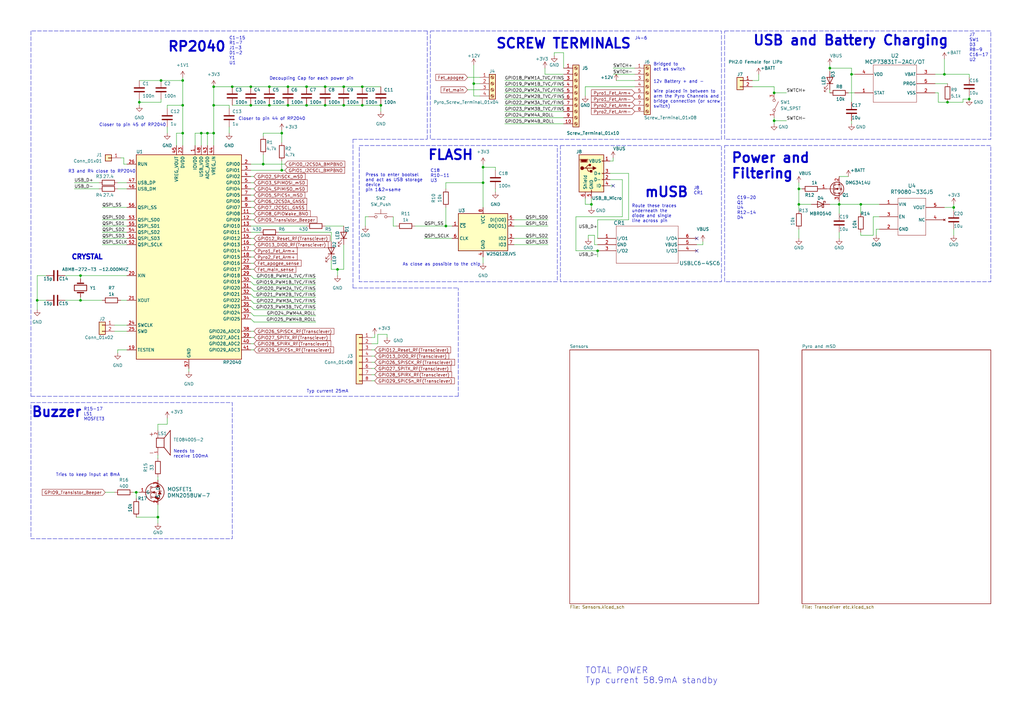
<source format=kicad_sch>
(kicad_sch (version 20230121) (generator eeschema)
  (paper "A3")
  (title_block (title "maxQ") (date "2023-04-09") (rev "V4") (company "bobtheguymk2"))
  (lib_symbols
    (symbol "2024-01-31_00-44-52:MCP73831T-2ACI_OT" (pin_names (offset 0.254))
      (property "Reference" "U2" (at 16.51 8.89 0))
      (property "Value" "MCP73831T-2ACI/OT" (at 16.51 6.35 0))
      (symbol "MCP73831T-2ACI_OT_0_1"
        (pin unspecified line (at 0 -6.35 0) (length 7.62) (name "STAT") (number "1"))
        (pin unspecified line (at 33.02 -6.35 180) (length 7.62) (name "VSS") (number "2"))
        (pin unspecified line (at 33.02 1.27 180) (length 7.62) (name "VBAT") (number "3"))
        (pin unspecified line (at 0 1.27 0) (length 7.62) (name "VDD") (number "4"))
        (pin unspecified line (at 33.02 -2.54 180) (length 7.62) (name "PROG") (number "5"))
      )
    )
    (symbol "2024-01-31_00-59-39:RT9080-33GJ5" (pin_names (offset 0.254))
      (property "Reference" "U8" (at 20.32 10.16 0))
      (property "Value" "RT9080-33GJ5" (at 20.32 7.62 0))
      (symbol "RT9080-33GJ5_0_1"
        (pin power_in line (at 6.35 2.54 0) (length 7.62) (name "VIN") (number "1"))
        (pin power_out line (at 6.35 -7.62 0) (length 7.62) (name "GND") (number "2"))
        (pin input line (at 6.35 -2.54 0) (length 7.62) (name "EN") (number "3"))
        (pin no_connect line (at 33.02 -3.81 180) (length 7.62) (name "NC") (number "4"))
        (pin output line (at 33.02 1.27 180) (length 7.62) (name "VOUT") (number "5"))
      )
    )
    (symbol "Connector:Screw_Terminal_01x04" (pin_names (offset 1.016) hide)
      (property "Reference" "J" (at 0 5.08 0))
      (property "Value" "Screw_Terminal_01x04" (at 0 -7.62 0))
      (symbol "Screw_Terminal_01x04_1_1"
        (pin passive line (at -5.08 2.54 0) (length 3.81) (name "Pin_1") (number "1"))
        (pin passive line (at -5.08 0 0) (length 3.81) (name "Pin_2") (number "2"))
        (pin passive line (at -5.08 -2.54 0) (length 3.81) (name "Pin_3") (number "3"))
        (pin passive line (at -5.08 -5.08 0) (length 3.81) (name "Pin_4") (number "4"))
      )
    )
    (symbol "Connector:Screw_Terminal_01x08" (pin_names (offset 1.016) hide)
      (property "Reference" "J" (at 0 10.16 0))
      (property "Value" "Screw_Terminal_01x08" (at 0 -12.7 0))
      (symbol "Screw_Terminal_01x08_1_1"
        (pin passive line (at -5.08 7.62 0) (length 3.81) (name "Pin_1") (number "1"))
        (pin passive line (at -5.08 5.08 0) (length 3.81) (name "Pin_2") (number "2"))
        (pin passive line (at -5.08 2.54 0) (length 3.81) (name "Pin_3") (number "3"))
        (pin passive line (at -5.08 0 0) (length 3.81) (name "Pin_4") (number "4"))
        (pin passive line (at -5.08 -2.54 0) (length 3.81) (name "Pin_5") (number "5"))
        (pin passive line (at -5.08 -5.08 0) (length 3.81) (name "Pin_6") (number "6"))
        (pin passive line (at -5.08 -7.62 0) (length 3.81) (name "Pin_7") (number "7"))
        (pin passive line (at -5.08 -10.16 0) (length 3.81) (name "Pin_8") (number "8"))
      )
    )
    (symbol "Connector:Screw_Terminal_01x10" (pin_names (offset 1.016) hide)
      (property "Reference" "J" (at 0 12.7 0))
      (property "Value" "Screw_Terminal_01x10" (at 0 -15.24 0))
      (symbol "Screw_Terminal_01x10_1_1"
        (pin passive line (at -5.08 10.16 0) (length 3.81) (name "Pin_1") (number "1"))
        (pin passive line (at -5.08 -12.7 0) (length 3.81) (name "Pin_10") (number "10"))
        (pin passive line (at -5.08 7.62 0) (length 3.81) (name "Pin_2") (number "2"))
        (pin passive line (at -5.08 5.08 0) (length 3.81) (name "Pin_3") (number "3"))
        (pin passive line (at -5.08 2.54 0) (length 3.81) (name "Pin_4") (number "4"))
        (pin passive line (at -5.08 0 0) (length 3.81) (name "Pin_5") (number "5"))
        (pin passive line (at -5.08 -2.54 0) (length 3.81) (name "Pin_6") (number "6"))
        (pin passive line (at -5.08 -5.08 0) (length 3.81) (name "Pin_7") (number "7"))
        (pin passive line (at -5.08 -7.62 0) (length 3.81) (name "Pin_8") (number "8"))
        (pin passive line (at -5.08 -10.16 0) (length 3.81) (name "Pin_9") (number "9"))
      )
    )
    (symbol "Connector:USB_B_Micro" (pin_names (offset 1.016))
      (property "Reference" "J" (at -5.08 11.43 0))
      (property "Value" "USB_B_Micro" (at -5.08 8.89 0))
      (symbol "USB_B_Micro_1_1"
        (pin power_out line (at 7.62 5.08 180) (length 2.54) (name "VBUS") (number "1"))
        (pin bidirectional line (at 7.62 -2.54 180) (length 2.54) (name "D-") (number "2"))
        (pin bidirectional line (at 7.62 0 180) (length 2.54) (name "D+") (number "3"))
        (pin passive line (at 7.62 -5.08 180) (length 2.54) (name "ID") (number "4"))
        (pin power_out line (at 0 -10.16 90) (length 2.54) (name "GND") (number "5"))
        (pin passive line (at -2.54 -10.16 90) (length 2.54) (name "Shield") (number "6"))
      )
    )
    (symbol "Connector_Generic:Conn_01x01" (pin_names (offset 1.016) hide)
      (property "Reference" "J" (at 0 2.54 0))
      (property "Value" "Conn_01x01" (at 0 -2.54 0))
      (symbol "Conn_01x01_1_1"
        (pin passive line (at -5.08 0 0) (length 3.81) (name "Pin_1") (number "1"))
      )
    )
    (symbol "Connector_Generic:Conn_01x02" (pin_names (offset 1.016) hide)
      (property "Reference" "J" (at 0 2.54 0))
      (property "Value" "Conn_01x02" (at 0 -5.08 0))
      (symbol "Conn_01x02_1_1"
        (pin passive line (at -5.08 0 0) (length 3.81) (name "Pin_1") (number "1"))
        (pin passive line (at -5.08 -2.54 0) (length 3.81) (name "Pin_2") (number "2"))
      )
    )
    (symbol "Connector_Generic:Conn_01x08" (pin_names (offset 1.016) hide)
      (property "Reference" "J" (at 0 10.16 0))
      (property "Value" "Conn_01x08" (at 0 -12.7 0))
      (symbol "Conn_01x08_1_1"
        (pin passive line (at -5.08 7.62 0) (length 3.81) (name "Pin_1") (number "1"))
        (pin passive line (at -5.08 5.08 0) (length 3.81) (name "Pin_2") (number "2"))
        (pin passive line (at -5.08 2.54 0) (length 3.81) (name "Pin_3") (number "3"))
        (pin passive line (at -5.08 0 0) (length 3.81) (name "Pin_4") (number "4"))
        (pin passive line (at -5.08 -2.54 0) (length 3.81) (name "Pin_5") (number "5"))
        (pin passive line (at -5.08 -5.08 0) (length 3.81) (name "Pin_6") (number "6"))
        (pin passive line (at -5.08 -7.62 0) (length 3.81) (name "Pin_7") (number "7"))
        (pin passive line (at -5.08 -10.16 0) (length 3.81) (name "Pin_8") (number "8"))
      )
    )
    (symbol "DMN2058UW:DMN2058UW-7" (pin_names (offset 0.254))
      (property "Reference" "MOSFET" (at 11.43 1.905 0))
      (property "Value" "DMN2058UW-7" (at 11.43 -2.54 0))
      (symbol "DMN2058UW-7_0_1"
        (pin unspecified line (at 0 0 0) (length 2.54) (name "G") (number "1"))
        (pin unspecified line (at 7.62 -5.08 90) (length 2.54) (name "S") (number "2"))
        (pin unspecified line (at 7.62 5.08 270) (length 2.54) (name "D") (number "3"))
      )
    )
    (symbol "Device:C" (pin_numbers hide) (pin_names (offset 0.254))
      (property "Reference" "C" (at 0.635 2.54 0))
      (property "Value" "C" (at 0.635 -2.54 0))
      (symbol "C_1_1"
        (pin passive line (at 0 3.81 270) (length 2.794) (name "~") (number "1"))
        (pin passive line (at 0 -3.81 90) (length 2.794) (name "~") (number "2"))
      )
    )
    (symbol "Device:Crystal" (pin_numbers hide) (pin_names (offset 1.016) hide)
      (property "Reference" "Y1" (at 0 3.81 90))
      (property "Value" "ABM8-272-T3 -12.000MHZ" (at -7.62 -7.62 90))
      (symbol "Crystal_1_1"
        (pin passive line (at -3.81 0 0) (length 1.27) (name "1") (number "1"))
        (pin passive line (at 3.81 0 180) (length 1.27) (name "3") (number "3"))
      )
    )
    (symbol "Device:LED" (pin_numbers hide) (pin_names (offset 1.016) hide)
      (property "Reference" "D" (at 0 2.54 0))
      (property "Value" "LED" (at 0 -2.54 0))
      (symbol "LED_1_1"
        (pin passive line (at -3.81 0 0) (length 2.54) (name "K") (number "1"))
        (pin passive line (at 3.81 0 180) (length 2.54) (name "A") (number "2"))
      )
    )
    (symbol "Device:R" (pin_numbers hide) (pin_names (offset 0))
      (property "Reference" "R" (at 2.032 0 90))
      (property "Value" "R" (at 0 0 90))
      (symbol "R_1_1"
        (pin passive line (at 0 3.81 270) (length 1.27) (name "~") (number "1"))
        (pin passive line (at 0 -3.81 90) (length 1.27) (name "~") (number "2"))
      )
    )
    (symbol "Diode:MBR0540" (pin_numbers hide) (pin_names (offset 1.016) hide)
      (property "Reference" "D" (at 0 2.54 0))
      (property "Value" "MBR0540" (at 0 -2.54 0))
      (symbol "MBR0540_1_1"
        (pin passive line (at -3.81 0 0) (length 2.54) (name "K") (number "1"))
        (pin passive line (at 3.81 0 180) (length 2.54) (name "A") (number "2"))
      )
    )
    (symbol "MCU_RaspberryPi:RP2040"
      (property "Reference" "U" (at 17.78 45.72 0))
      (property "Value" "RP2040" (at 17.78 43.18 0))
      (symbol "RP2040_1_1"
        (pin power_in line (at 2.54 45.72 270) (length 3.81) (name "IOVDD") (number "1"))
        (pin passive line (at 2.54 45.72 270) (length 3.81) hide (name "IOVDD") (number "10"))
        (pin bidirectional line (at 25.4 17.78 180) (length 3.81) (name "GPIO8") (number "11"))
        (pin bidirectional line (at 25.4 15.24 180) (length 3.81) (name "GPIO9") (number "12"))
        (pin bidirectional line (at 25.4 12.7 180) (length 3.81) (name "GPIO10") (number "13"))
        (pin bidirectional line (at 25.4 10.16 180) (length 3.81) (name "GPIO11") (number "14"))
        (pin bidirectional line (at 25.4 7.62 180) (length 3.81) (name "GPIO12") (number "15"))
        (pin bidirectional line (at 25.4 5.08 180) (length 3.81) (name "GPIO13") (number "16"))
        (pin bidirectional line (at 25.4 2.54 180) (length 3.81) (name "GPIO14") (number "17"))
        (pin bidirectional line (at 25.4 0 180) (length 3.81) (name "GPIO15") (number "18"))
        (pin input line (at -25.4 -38.1 0) (length 3.81) (name "TESTEN") (number "19"))
        (pin bidirectional line (at 25.4 38.1 180) (length 3.81) (name "GPIO0") (number "2"))
        (pin input line (at -25.4 -7.62 0) (length 3.81) (name "XIN") (number "20"))
        (pin passive line (at -25.4 -17.78 0) (length 3.81) (name "XOUT") (number "21"))
        (pin passive line (at 2.54 45.72 270) (length 3.81) hide (name "IOVDD") (number "22"))
        (pin power_in line (at -2.54 45.72 270) (length 3.81) (name "DVDD") (number "23"))
        (pin output line (at -25.4 -27.94 0) (length 3.81) (name "SWCLK") (number "24"))
        (pin bidirectional line (at -25.4 -30.48 0) (length 3.81) (name "SWD") (number "25"))
        (pin input line (at -25.4 38.1 0) (length 3.81) (name "RUN") (number "26"))
        (pin bidirectional line (at 25.4 -2.54 180) (length 3.81) (name "GPIO16") (number "27"))
        (pin bidirectional line (at 25.4 -5.08 180) (length 3.81) (name "GPIO17") (number "28"))
        (pin bidirectional line (at 25.4 -7.62 180) (length 3.81) (name "GPIO18") (number "29"))
        (pin bidirectional line (at 25.4 35.56 180) (length 3.81) (name "GPIO1") (number "3"))
        (pin bidirectional line (at 25.4 -10.16 180) (length 3.81) (name "GPIO19") (number "30"))
        (pin bidirectional line (at 25.4 -12.7 180) (length 3.81) (name "GPIO20") (number "31"))
        (pin bidirectional line (at 25.4 -15.24 180) (length 3.81) (name "GPIO21") (number "32"))
        (pin passive line (at 2.54 45.72 270) (length 3.81) hide (name "IOVDD") (number "33"))
        (pin bidirectional line (at 25.4 -17.78 180) (length 3.81) (name "GPIO22") (number "34"))
        (pin bidirectional line (at 25.4 -20.32 180) (length 3.81) (name "GPIO23") (number "35"))
        (pin bidirectional line (at 25.4 -22.86 180) (length 3.81) (name "GPIO24") (number "36"))
        (pin bidirectional line (at 25.4 -25.4 180) (length 3.81) (name "GPIO25") (number "37"))
        (pin bidirectional line (at 25.4 -30.48 180) (length 3.81) (name "GPIO26_ADC0") (number "38"))
        (pin bidirectional line (at 25.4 -33.02 180) (length 3.81) (name "GPIO27_ADC1") (number "39"))
        (pin bidirectional line (at 25.4 33.02 180) (length 3.81) (name "GPIO2") (number "4"))
        (pin bidirectional line (at 25.4 -35.56 180) (length 3.81) (name "GPIO28_ADC2") (number "40"))
        (pin bidirectional line (at 25.4 -38.1 180) (length 3.81) (name "GPIO29_ADC3") (number "41"))
        (pin passive line (at 2.54 45.72 270) (length 3.81) hide (name "IOVDD") (number "42"))
        (pin power_in line (at 7.62 45.72 270) (length 3.81) (name "ADC_AVDD") (number "43"))
        (pin power_in line (at 10.16 45.72 270) (length 3.81) (name "VREG_IN") (number "44"))
        (pin power_out line (at -5.08 45.72 270) (length 3.81) (name "VREG_VOUT") (number "45"))
        (pin bidirectional line (at -25.4 27.94 0) (length 3.81) (name "USB_DM") (number "46"))
        (pin bidirectional line (at -25.4 30.48 0) (length 3.81) (name "USB_DP") (number "47"))
        (pin power_in line (at 5.08 45.72 270) (length 3.81) (name "USB_VDD") (number "48"))
        (pin passive line (at 2.54 45.72 270) (length 3.81) hide (name "IOVDD") (number "49"))
        (pin bidirectional line (at 25.4 30.48 180) (length 3.81) (name "GPIO3") (number "5"))
        (pin passive line (at -2.54 45.72 270) (length 3.81) hide (name "DVDD") (number "50"))
        (pin bidirectional line (at -25.4 7.62 0) (length 3.81) (name "QSPI_SD3") (number "51"))
        (pin output line (at -25.4 5.08 0) (length 3.81) (name "QSPI_SCLK") (number "52"))
        (pin bidirectional line (at -25.4 15.24 0) (length 3.81) (name "QSPI_SD0") (number "53"))
        (pin bidirectional line (at -25.4 10.16 0) (length 3.81) (name "QSPI_SD2") (number "54"))
        (pin bidirectional line (at -25.4 12.7 0) (length 3.81) (name "QSPI_SD1") (number "55"))
        (pin bidirectional line (at -25.4 20.32 0) (length 3.81) (name "QSPI_SS") (number "56"))
        (pin power_in line (at 0 -45.72 90) (length 3.81) (name "GND") (number "57"))
        (pin bidirectional line (at 25.4 27.94 180) (length 3.81) (name "GPIO4") (number "6"))
        (pin bidirectional line (at 25.4 25.4 180) (length 3.81) (name "GPIO5") (number "7"))
        (pin bidirectional line (at 25.4 22.86 180) (length 3.81) (name "GPIO6") (number "8"))
        (pin bidirectional line (at 25.4 20.32 180) (length 3.81) (name "GPIO7") (number "9"))
      )
    )
    (symbol "Memory_Flash:W25Q128JVS"
      (property "Reference" "U" (at -8.89 8.89 0))
      (property "Value" "W25Q128JVS" (at 7.62 8.89 0))
      (symbol "W25Q128JVS_1_1"
        (pin input line (at -12.7 2.54 0) (length 2.54) (name "~{CS}") (number "1"))
        (pin bidirectional line (at 12.7 2.54 180) (length 2.54) (name "DO(IO1)") (number "2"))
        (pin bidirectional line (at 12.7 -2.54 180) (length 2.54) (name "IO2") (number "3"))
        (pin power_in line (at 0 -10.16 90) (length 2.54) (name "GND") (number "4"))
        (pin bidirectional line (at 12.7 5.08 180) (length 2.54) (name "DI(IO0)") (number "5"))
        (pin input line (at -12.7 -2.54 0) (length 2.54) (name "CLK") (number "6"))
        (pin bidirectional line (at 12.7 -5.08 180) (length 2.54) (name "IO3") (number "7"))
        (pin power_in line (at 0 10.16 270) (length 2.54) (name "VCC") (number "8"))
      )
    )
    (symbol "SMT-0827-S-HT-R:SMT-0827-S-HT-R" (pin_names (offset 1.016))
      (property "Reference" "LS1" (at -2.54 3.81 0))
      (property "Value" "TE084005-2" (at 3.81 1.27 0))
      (symbol "SMT-0827-S-HT-R_0_0"
        (text "+" (at -6.35 2.54 0) (effects (font (size 1.778 1.778)) (justify left bottom)))
        (text "-" (at -6.35 -5.08 0) (effects (font (size 1.778 1.778)) (justify left bottom)))
      )
      (symbol "SMT-0827-S-HT-R_1_0"
        (pin passive line (at -2.54 -5.08 90) (length 2.54) (name "~") (number "1"))
        (pin passive line (at -2.54 5.08 270) (length 2.54) (name "~") (number "2"))
      )
    )
    (symbol "Switch:SW_Push" (pin_numbers hide) (pin_names (offset 1.016) hide)
      (property "Reference" "SW" (at 1.27 2.54 0))
      (property "Value" "SW_Push" (at 0 -1.524 0))
      (symbol "SW_Push_0_1"
        (pin passive line (at -5.08 0 0) (length 2.54) (name "1") (number "1"))
        (pin passive line (at 5.08 0 180) (length 2.54) (name "2") (number "2"))
      )
    )
    (symbol "Switch:SW_SPST" (pin_names (offset 0) hide)
      (property "Reference" "SW1" (at 1.2701 2.54 90))
      (property "Value" "SW_SPST" (at -1.2699 2.54 90))
      (symbol "SW_SPST_1_1"
        (pin passive line (at -5.08 0 0) (length 2.54) (name "A") (number "1"))
        (pin passive line (at 5.08 0 180) (length 2.54) (name "B") (number "3"))
      )
    )
    (symbol "Transistor_FET:DMG3414U" (pin_names hide)
      (property "Reference" "Q" (at 5.08 1.905 0))
      (property "Value" "DMG3414U" (at 5.08 0 0))
      (symbol "DMG3414U_1_1"
        (pin input line (at -5.08 0 0) (length 2.54) (name "G") (number "1"))
        (pin passive line (at 2.54 -5.08 90) (length 2.54) (name "S") (number "2"))
        (pin passive line (at 2.54 5.08 270) (length 2.54) (name "D") (number "3"))
      )
    )
    (symbol "USBLC64SC6:USBLC6-4SC6" (pin_names (offset 0.254))
      (property "Reference" "CR" (at 20.32 10.16 0))
      (property "Value" "USBLC6-4SC6" (at 20.32 7.62 0))
      (symbol "USBLC6-4SC6_0_1"
        (pin bidirectional line (at 0 0 0) (length 7.62) (name "I/O1") (number "1"))
        (pin power_in line (at 0 -2.54 0) (length 7.62) (name "GND") (number "2"))
        (pin bidirectional line (at 0 -5.08 0) (length 7.62) (name "I/O2") (number "3"))
        (pin bidirectional line (at 40.64 -5.08 180) (length 7.62) (name "I/O3") (number "4"))
        (pin power_in line (at 40.64 -2.54 180) (length 7.62) (name "VBUS") (number "5"))
        (pin bidirectional line (at 40.64 0 180) (length 7.62) (name "I/O4") (number "6"))
      )
    )
    (symbol "power:+12V" (power) (pin_names (offset 0))
      (property "Value" "+12V" (at 0 3.556 0))
      (symbol "+12V_1_1"
        (pin power_in line (at 0 0 90) (length 0) hide (name "+12V") (number "1"))
      )
    )
    (symbol "power:+1V1" (power) (pin_names (offset 0))
      (property "Value" "+1V1" (at 0 3.556 0))
      (symbol "+1V1_1_1"
        (pin power_in line (at 0 0 90) (length 0) hide (name "+1V1") (number "1"))
      )
    )
    (symbol "power:+3V3" (power) (pin_names (offset 0))
      (property "Value" "+3V3" (at 0 3.556 0))
      (symbol "+3V3_1_1"
        (pin power_in line (at 0 0 90) (length 0) hide (name "+3V3") (number "1"))
      )
    )
    (symbol "power:+BATT" (power) (pin_names (offset 0))
      (property "Value" "+BATT" (at 0 3.556 0))
      (symbol "+BATT_1_1"
        (pin power_in line (at 0 0 90) (length 0) hide (name "+BATT") (number "1"))
      )
    )
    (symbol "power:GND" (power) (pin_names (offset 0))
      (property "Value" "GND" (at 0 -3.81 0))
      (symbol "GND_1_1"
        (pin power_in line (at 0 0 270) (length 0) hide (name "GND") (number "1"))
      )
    )
    (symbol "power:VBUS" (power) (pin_names (offset 0))
      (property "Value" "VBUS" (at 0 3.81 0))
      (symbol "VBUS_1_1"
        (pin power_in line (at 0 0 90) (length 0) hide (name "VBUS") (number "1"))
      )
    )
  )
  (junction (at 148.59 35.56))
  (junction (at 317.5 38.1))
  (junction (at 327.66 83.82))
  (junction (at 397.51 40.64))
  (junction (at 15.24 123.19))
  (junction (at 64.77 212.09))
  (junction (at 82.55 54.61))
  (junction (at 55.88 201.93))
  (junction (at 349.25 30.48))
  (junction (at 387.35 30.48))
  (junction (at 33.02 113.03))
  (junction (at 115.57 54.61))
  (junction (at 391.16 85.09))
  (junction (at 33.02 123.19))
  (junction (at 110.49 43.18))
  (junction (at 95.25 35.56))
  (junction (at 87.63 43.18))
  (junction (at 74.93 43.18))
  (junction (at 156.21 43.18))
  (junction (at 353.06 83.82))
  (junction (at 388.62 41.91))
  (junction (at 340.36 27.94))
  (junction (at 85.09 54.61))
  (junction (at 140.97 35.56))
  (junction (at 182.88 92.71))
  (junction (at 110.49 35.56))
  (junction (at 87.63 35.56))
  (junction (at 118.11 43.18))
  (junction (at 118.11 35.56))
  (junction (at 102.87 43.18))
  (junction (at 317.5 49.53))
  (junction (at 242.57 83.82))
  (junction (at 133.35 43.18))
  (junction (at 198.12 74.93))
  (junction (at 115.57 69.85))
  (junction (at 107.95 67.31))
  (junction (at 74.93 33.02))
  (junction (at 198.12 68.58))
  (junction (at 66.04 33.02))
  (junction (at 138.43 110.49))
  (junction (at 133.35 35.56))
  (junction (at 148.59 43.18))
  (junction (at 344.17 83.82))
  (junction (at 102.87 35.56))
  (junction (at 245.11 102.87))
  (junction (at 327.66 77.47))
  (junction (at 125.73 35.56))
  (junction (at 125.73 43.18))
  (junction (at 194.31 34.29))
  (junction (at 87.63 54.61))
  (junction (at 74.93 54.61))
  (junction (at 140.97 43.18))
  (junction (at 57.15 41.91))
  (no_connect (at 251.46 76.2))
  (no_connect (at 285.75 102.87))
  (no_connect (at 285.75 97.79))
  (wire (pts (xy 391.16 93.98) (xy 391.16 96.52)))
  (wire (pts (xy 257.81 90.17) (xy 257.81 71.12)))
  (wire (pts (xy 154.94 140.97) (xy 154.94 137.16)))
  (wire (pts (xy 152.4 140.97) (xy 154.94 140.97)))
  (wire (pts (xy 383.54 38.1) (xy 384.81 38.1)))
  (wire (pts (xy 64.77 186.69) (xy 64.77 187.96)))
  (polyline (pts (xy 175.26 12.7) (xy 170.18 12.7)) (stroke (width 0) (type dash)))
  (wire (pts (xy 74.93 43.18) (xy 74.93 54.61)))
  (wire (pts (xy 85.09 54.61) (xy 85.09 59.69)))
  (wire (pts (xy 102.87 87.63) (xy 104.14 87.63)))
  (wire (pts (xy 104.14 124.46) (xy 129.54 124.46)))
  (wire (pts (xy 107.95 67.31) (xy 116.84 67.31)))
  (wire (pts (xy 57.15 41.91) (xy 66.04 41.91)))
  (wire (pts (xy 344.17 95.25) (xy 344.17 97.79)))
  (wire (pts (xy 210.82 100.33) (xy 224.79 100.33)))
  (wire (pts (xy 245.11 90.17) (xy 257.81 90.17)))
  (wire (pts (xy 327.66 83.82) (xy 327.66 86.36)))
  (wire (pts (xy 102.87 100.33) (xy 104.14 100.33)))
  (wire (pts (xy 384.81 38.1) (xy 384.81 41.91)))
  (wire (pts (xy 54.61 201.93) (xy 55.88 201.93)))
  (wire (pts (xy 87.63 59.69) (xy 87.63 54.61)))
  (wire (pts (xy 347.98 38.1) (xy 350.52 38.1)))
  (wire (pts (xy 152.4 156.21) (xy 153.67 156.21)))
  (wire (pts (xy 104.14 116.84) (xy 129.54 116.84)))
  (wire (pts (xy 344.17 82.55) (xy 344.17 83.82)))
  (wire (pts (xy 102.87 105.41) (xy 104.14 105.41)))
  (wire (pts (xy 394.97 41.91) (xy 394.97 40.64)))
  (wire (pts (xy 243.84 100.33) (xy 245.11 100.33)))
  (wire (pts (xy 66.04 33.02) (xy 74.93 33.02)))
  (wire (pts (xy 308.61 35.56) (xy 317.5 35.56)))
  (wire (pts (xy 148.59 35.56) (xy 156.21 35.56)))
  (wire (pts (xy 68.58 52.07) (xy 68.58 54.61)))
  (wire (pts (xy 358.14 96.52) (xy 353.06 96.52)))
  (wire (pts (xy 243.84 96.52) (xy 243.84 100.33)))
  (wire (pts (xy 223.52 27.94) (xy 223.52 30.48)))
  (wire (pts (xy 104.14 119.38) (xy 129.54 119.38)))
  (wire (pts (xy 102.87 77.47) (xy 104.14 77.47)))
  (wire (pts (xy 52.07 113.03) (xy 33.02 113.03)))
  (wire (pts (xy 87.63 43.18) (xy 87.63 54.61)))
  (wire (pts (xy 170.18 92.71) (xy 182.88 92.71)))
  (wire (pts (xy 207.01 38.1) (xy 231.14 38.1)))
  (wire (pts (xy 140.97 43.18) (xy 148.59 43.18)))
  (wire (pts (xy 397.51 30.48) (xy 387.35 30.48)))
  (wire (pts (xy 80.01 54.61) (xy 82.55 54.61)))
  (wire (pts (xy 82.55 54.61) (xy 85.09 54.61)))
  (wire (pts (xy 46.99 135.89) (xy 52.07 135.89)))
  (wire (pts (xy 207.01 40.64) (xy 231.14 40.64)))
  (wire (pts (xy 74.93 33.02) (xy 74.93 43.18)))
  (wire (pts (xy 227.33 21.59) (xy 231.14 21.59)))
  (wire (pts (xy 102.87 113.03) (xy 104.14 114.3)))
  (wire (pts (xy 288.29 100.33) (xy 285.75 100.33)))
  (wire (pts (xy 344.17 83.82) (xy 353.06 83.82)))
  (wire (pts (xy 68.58 43.18) (xy 68.58 44.45)))
  (wire (pts (xy 102.87 97.79) (xy 104.14 97.79)))
  (wire (pts (xy 251.46 30.48) (xy 260.35 30.48)))
  (wire (pts (xy 102.87 80.01) (xy 104.14 80.01)))
  (wire (pts (xy 153.67 138.43) (xy 152.4 138.43)))
  (wire (pts (xy 110.49 35.56) (xy 118.11 35.56)))
  (wire (pts (xy 135.89 95.25) (xy 114.3 95.25)))
  (wire (pts (xy 394.97 40.64) (xy 397.51 40.64)))
  (wire (pts (xy 110.49 43.18) (xy 118.11 43.18)))
  (wire (pts (xy 194.31 34.29) (xy 194.31 39.37)))
  (wire (pts (xy 154.94 137.16) (xy 158.75 137.16)))
  (wire (pts (xy 102.87 74.93) (xy 104.14 74.93)))
  (wire (pts (xy 102.87 72.39) (xy 104.14 72.39)))
  (wire (pts (xy 391.16 85.09) (xy 391.16 86.36)))
  (wire (pts (xy 182.88 85.09) (xy 182.88 92.71)))
  (wire (pts (xy 41.91 90.17) (xy 52.07 90.17)))
  (wire (pts (xy 64.77 214.63) (xy 64.77 212.09)))
  (wire (pts (xy 102.87 90.17) (xy 104.14 90.17)))
  (wire (pts (xy 198.12 68.58) (xy 198.12 74.93)))
  (wire (pts (xy 242.57 85.09) (xy 242.57 83.82)))
  (wire (pts (xy 102.87 92.71) (xy 125.73 92.71)))
  (wire (pts (xy 203.2 68.58) (xy 198.12 68.58)))
  (wire (pts (xy 115.57 54.61) (xy 115.57 53.34)))
  (wire (pts (xy 344.17 72.39) (xy 347.98 72.39)))
  (wire (pts (xy 198.12 74.93) (xy 198.12 85.09)))
  (wire (pts (xy 340.36 36.83) (xy 340.36 38.1)))
  (wire (pts (xy 133.35 43.18) (xy 140.97 43.18)))
  (wire (pts (xy 41.91 92.71) (xy 52.07 92.71)))
  (polyline (pts (xy 187.96 162.56) (xy 187.96 118.11)) (stroke (width 0) (type dash)))
  (wire (pts (xy 95.25 35.56) (xy 102.87 35.56)))
  (wire (pts (xy 74.93 54.61) (xy 72.39 54.61)))
  (wire (pts (xy 72.39 54.61) (xy 72.39 59.69)))
  (wire (pts (xy 93.98 44.45) (xy 93.98 43.18)))
  (wire (pts (xy 118.11 35.56) (xy 125.73 35.56)))
  (polyline (pts (xy 144.78 118.11) (xy 187.96 118.11)) (stroke (width 0) (type dash)))
  (wire (pts (xy 133.35 92.71) (xy 140.97 92.71)))
  (wire (pts (xy 245.11 90.17) (xy 245.11 97.79)))
  (wire (pts (xy 41.91 97.79) (xy 52.07 97.79)))
  (wire (pts (xy 387.35 30.48) (xy 387.35 24.13)))
  (wire (pts (xy 251.46 27.94) (xy 260.35 27.94)))
  (wire (pts (xy 102.87 115.57) (xy 104.14 116.84)))
  (wire (pts (xy 80.01 54.61) (xy 80.01 59.69)))
  (wire (pts (xy 102.87 107.95) (xy 104.14 107.95)))
  (wire (pts (xy 397.51 30.48) (xy 397.51 31.75)))
  (wire (pts (xy 196.85 39.37) (xy 194.31 39.37)))
  (wire (pts (xy 102.87 82.55) (xy 104.14 82.55)))
  (wire (pts (xy 252.73 33.02) (xy 260.35 33.02)))
  (wire (pts (xy 327.66 74.93) (xy 327.66 77.47)))
  (wire (pts (xy 207.01 35.56) (xy 231.14 35.56)))
  (polyline (pts (xy 175.26 39.37) (xy 175.26 40.64)) (stroke (width 0) (type dash)))
  (wire (pts (xy 48.26 143.51) (xy 48.26 144.78)))
  (wire (pts (xy 227.33 22.86) (xy 227.33 21.59)))
  (wire (pts (xy 104.14 129.54) (xy 129.54 129.54)))
  (wire (pts (xy 85.09 54.61) (xy 87.63 54.61)))
  (wire (pts (xy 102.87 95.25) (xy 106.68 95.25)))
  (wire (pts (xy 384.81 41.91) (xy 388.62 41.91)))
  (wire (pts (xy 240.03 81.28) (xy 240.03 83.82)))
  (wire (pts (xy 93.98 43.18) (xy 87.63 43.18)))
  (polyline (pts (xy 175.26 39.37) (xy 175.26 12.7)) (stroke (width 0) (type dash)))
  (wire (pts (xy 41.91 100.33) (xy 52.07 100.33)))
  (wire (pts (xy 236.22 102.87) (xy 236.22 88.9)))
  (wire (pts (xy 95.25 35.56) (xy 87.63 35.56)))
  (wire (pts (xy 140.97 100.33) (xy 140.97 110.49)))
  (wire (pts (xy 191.77 36.83) (xy 196.85 36.83)))
  (wire (pts (xy 349.25 27.94) (xy 349.25 30.48)))
  (wire (pts (xy 353.06 96.52) (xy 353.06 95.25)))
  (wire (pts (xy 33.02 121.92) (xy 33.02 123.19)))
  (wire (pts (xy 332.74 83.82) (xy 327.66 83.82)))
  (wire (pts (xy 49.53 64.77) (xy 50.8 64.77)))
  (wire (pts (xy 317.5 49.53) (xy 322.58 49.53)))
  (wire (pts (xy 15.24 123.19) (xy 15.24 127)))
  (wire (pts (xy 77.47 151.13) (xy 77.47 152.4)))
  (wire (pts (xy 240.03 35.56) (xy 240.03 39.37)))
  (wire (pts (xy 102.87 140.97) (xy 104.14 140.97)))
  (wire (pts (xy 340.36 26.67) (xy 340.36 27.94)))
  (wire (pts (xy 207.01 33.02) (xy 231.14 33.02)))
  (wire (pts (xy 107.95 63.5) (xy 107.95 67.31)))
  (wire (pts (xy 327.66 93.98) (xy 327.66 97.79)))
  (wire (pts (xy 241.3 97.79) (xy 241.3 96.52)))
  (wire (pts (xy 358.14 88.9) (xy 358.14 96.52)))
  (wire (pts (xy 240.03 83.82) (xy 242.57 83.82)))
  (wire (pts (xy 102.87 130.81) (xy 104.14 132.08)))
  (wire (pts (xy 135.89 106.68) (xy 135.89 110.49)))
  (wire (pts (xy 161.29 88.9) (xy 161.29 92.71)))
  (wire (pts (xy 30.48 74.93) (xy 40.64 74.93)))
  (wire (pts (xy 207.01 48.26) (xy 231.14 48.26)))
  (wire (pts (xy 107.95 54.61) (xy 115.57 54.61)))
  (wire (pts (xy 125.73 35.56) (xy 133.35 35.56)))
  (wire (pts (xy 115.57 69.85) (xy 116.84 69.85)))
  (wire (pts (xy 102.87 135.89) (xy 104.14 135.89)))
  (wire (pts (xy 102.87 110.49) (xy 104.14 110.49)))
  (wire (pts (xy 43.18 201.93) (xy 46.99 201.93)))
  (wire (pts (xy 245.11 102.87) (xy 236.22 102.87)))
  (wire (pts (xy 317.5 35.56) (xy 317.5 38.1)))
  (wire (pts (xy 240.03 35.56) (xy 260.35 35.56)))
  (wire (pts (xy 102.87 67.31) (xy 107.95 67.31)))
  (wire (pts (xy 102.87 120.65) (xy 104.14 121.92)))
  (wire (pts (xy 353.06 83.82) (xy 353.06 87.63)))
  (wire (pts (xy 194.31 26.67) (xy 194.31 34.29)))
  (wire (pts (xy 125.73 43.18) (xy 133.35 43.18)))
  (wire (pts (xy 102.87 85.09) (xy 104.14 85.09)))
  (wire (pts (xy 158.75 137.16) (xy 158.75 138.43)))
  (wire (pts (xy 349.25 49.53) (xy 349.25 50.8)))
  (wire (pts (xy 388.62 41.91) (xy 394.97 41.91)))
  (wire (pts (xy 102.87 138.43) (xy 104.14 138.43)))
  (wire (pts (xy 250.19 76.2) (xy 251.46 76.2)))
  (wire (pts (xy 64.77 173.99) (xy 64.77 176.53)))
  (wire (pts (xy 383.54 34.29) (xy 388.62 34.29)))
  (wire (pts (xy 104.14 127) (xy 129.54 127)))
  (wire (pts (xy 107.95 55.88) (xy 107.95 54.61)))
  (wire (pts (xy 55.88 201.93) (xy 57.15 201.93)))
  (wire (pts (xy 360.68 88.9) (xy 358.14 88.9)))
  (polyline (pts (xy 144.78 57.15) (xy 175.26 57.15)) (stroke (width 0) (type dash)))
  (wire (pts (xy 82.55 54.61) (xy 82.55 59.69)))
  (wire (pts (xy 74.93 43.18) (xy 68.58 43.18)))
  (wire (pts (xy 66.04 40.64) (xy 66.04 41.91)))
  (wire (pts (xy 55.88 212.09) (xy 64.77 212.09)))
  (wire (pts (xy 317.5 38.1) (xy 322.58 38.1)))
  (wire (pts (xy 397.51 39.37) (xy 397.51 40.64)))
  (wire (pts (xy 327.66 77.47) (xy 328.93 77.47)))
  (wire (pts (xy 182.88 77.47) (xy 182.88 74.93)))
  (wire (pts (xy 391.16 83.82) (xy 391.16 85.09)))
  (wire (pts (xy 152.4 146.05) (xy 153.67 146.05)))
  (wire (pts (xy 135.89 110.49) (xy 138.43 110.49)))
  (wire (pts (xy 383.54 30.48) (xy 387.35 30.48)))
  (wire (pts (xy 391.16 85.09) (xy 387.35 85.09)))
  (wire (pts (xy 50.8 64.77) (xy 50.8 67.31)))
  (wire (pts (xy 360.68 83.82) (xy 353.06 83.82)))
  (wire (pts (xy 46.99 133.35) (xy 52.07 133.35)))
  (wire (pts (xy 251.46 66.04) (xy 250.19 66.04)))
  (wire (pts (xy 115.57 66.04) (xy 115.57 69.85)))
  (wire (pts (xy 41.91 95.25) (xy 52.07 95.25)))
  (wire (pts (xy 182.88 74.93) (xy 198.12 74.93)))
  (wire (pts (xy 102.87 35.56) (xy 110.49 35.56)))
  (wire (pts (xy 149.86 88.9) (xy 151.13 88.9)))
  (wire (pts (xy 52.07 143.51) (xy 48.26 143.51)))
  (wire (pts (xy 50.8 67.31) (xy 52.07 67.31)))
  (wire (pts (xy 57.15 33.02) (xy 66.04 33.02)))
  (wire (pts (xy 102.87 128.27) (xy 104.14 129.54)))
  (wire (pts (xy 210.82 97.79) (xy 224.79 97.79)))
  (wire (pts (xy 340.36 27.94) (xy 349.25 27.94)))
  (wire (pts (xy 349.25 30.48) (xy 350.52 30.48)))
  (polyline (pts (xy 12.7 162.56) (xy 187.96 162.56)) (stroke (width 0) (type dash)))
  (wire (pts (xy 140.97 110.49) (xy 138.43 110.49)))
  (polyline (pts (xy 12.7 12.7) (xy 12.7 162.56)) (stroke (width 0) (type dash)))
  (wire (pts (xy 19.05 123.19) (xy 15.24 123.19)))
  (wire (pts (xy 210.82 90.17) (xy 224.79 90.17)))
  (wire (pts (xy 152.4 151.13) (xy 153.67 151.13)))
  (wire (pts (xy 102.87 102.87) (xy 104.14 102.87)))
  (wire (pts (xy 41.91 85.09) (xy 52.07 85.09)))
  (wire (pts (xy 104.14 132.08) (xy 129.54 132.08)))
  (wire (pts (xy 104.14 114.3) (xy 129.54 114.3)))
  (wire (pts (xy 64.77 173.99) (xy 68.58 173.99)))
  (wire (pts (xy 344.17 87.63) (xy 344.17 83.82)))
  (wire (pts (xy 74.93 54.61) (xy 74.93 59.69)))
  (wire (pts (xy 30.48 77.47) (xy 40.64 77.47)))
  (wire (pts (xy 118.11 43.18) (xy 125.73 43.18)))
  (wire (pts (xy 87.63 35.56) (xy 87.63 43.18)))
  (wire (pts (xy 48.26 77.47) (xy 52.07 77.47)))
  (wire (pts (xy 198.12 67.31) (xy 198.12 68.58)))
  (wire (pts (xy 194.31 34.29) (xy 196.85 34.29)))
  (wire (pts (xy 102.87 69.85) (xy 115.57 69.85)))
  (wire (pts (xy 173.99 97.79) (xy 185.42 97.79)))
  (wire (pts (xy 33.02 123.19) (xy 41.91 123.19)))
  (wire (pts (xy 191.77 31.75) (xy 196.85 31.75)))
  (wire (pts (xy 26.67 113.03) (xy 33.02 113.03)))
  (wire (pts (xy 250.19 73.66) (xy 255.27 73.66)))
  (wire (pts (xy 210.82 92.71) (xy 224.79 92.71)))
  (wire (pts (xy 340.36 83.82) (xy 344.17 83.82)))
  (wire (pts (xy 203.2 69.85) (xy 203.2 68.58)))
  (wire (pts (xy 349.25 30.48) (xy 349.25 41.91)))
  (wire (pts (xy 317.5 48.26) (xy 317.5 49.53)))
  (wire (pts (xy 152.4 153.67) (xy 153.67 153.67)))
  (wire (pts (xy 251.46 64.77) (xy 251.46 66.04)))
  (wire (pts (xy 231.14 21.59) (xy 231.14 27.94)))
  (wire (pts (xy 203.2 77.47) (xy 203.2 78.74)))
  (wire (pts (xy 241.3 96.52) (xy 243.84 96.52)))
  (wire (pts (xy 207.01 45.72) (xy 231.14 45.72)))
  (wire (pts (xy 255.27 88.9) (xy 255.27 73.66)))
  (wire (pts (xy 250.19 71.12) (xy 257.81 71.12)))
  (wire (pts (xy 74.93 31.75) (xy 74.93 33.02)))
  (wire (pts (xy 152.4 148.59) (xy 153.67 148.59)))
  (wire (pts (xy 102.87 123.19) (xy 104.14 124.46)))
  (wire (pts (xy 102.87 125.73) (xy 104.14 127)))
  (wire (pts (xy 93.98 52.07) (xy 93.98 54.61)))
  (wire (pts (xy 207.01 50.8) (xy 231.14 50.8)))
  (wire (pts (xy 207.01 43.18) (xy 231.14 43.18)))
  (wire (pts (xy 48.26 74.93) (xy 52.07 74.93)))
  (wire (pts (xy 308.61 33.02) (xy 311.15 33.02)))
  (wire (pts (xy 311.15 33.02) (xy 311.15 30.48)))
  (wire (pts (xy 182.88 92.71) (xy 185.42 92.71)))
  (polyline (pts (xy 144.78 118.11) (xy 144.78 57.15)) (stroke (width 0) (type dash)))
  (wire (pts (xy 140.97 35.56) (xy 148.59 35.56)))
  (wire (pts (xy 57.15 41.91) (xy 57.15 43.18)))
  (wire (pts (xy 64.77 195.58) (xy 64.77 196.85)))
  (wire (pts (xy 104.14 121.92) (xy 129.54 121.92)))
  (wire (pts (xy 95.25 43.18) (xy 102.87 43.18)))
  (wire (pts (xy 102.87 118.11) (xy 104.14 119.38)))
  (wire (pts (xy 55.88 201.93) (xy 55.88 204.47)))
  (wire (pts (xy 156.21 43.18) (xy 156.21 45.72)))
  (wire (pts (xy 152.4 143.51) (xy 153.67 143.51)))
  (wire (pts (xy 15.24 113.03) (xy 15.24 123.19)))
  (wire (pts (xy 33.02 113.03) (xy 33.02 114.3)))
  (wire (pts (xy 340.36 27.94) (xy 340.36 29.21)))
  (polyline (pts (xy 170.18 12.7) (xy 12.7 12.7)) (stroke (width 0) (type dash)))
  (wire (pts (xy 327.66 77.47) (xy 327.66 83.82)))
  (wire (pts (xy 49.53 123.19) (xy 52.07 123.19)))
  (wire (pts (xy 360.68 93.98) (xy 359.41 93.98)))
  (wire (pts (xy 133.35 35.56) (xy 140.97 35.56)))
  (wire (pts (xy 68.58 173.99) (xy 68.58 171.45)))
  (wire (pts (xy 317.5 49.53) (xy 317.5 50.8)))
  (wire (pts (xy 102.87 143.51) (xy 104.14 143.51)))
  (wire (pts (xy 288.29 99.06) (xy 288.29 100.33)))
  (wire (pts (xy 115.57 58.42) (xy 115.57 54.61)))
  (wire (pts (xy 149.86 92.71) (xy 149.86 88.9)))
  (wire (pts (xy 161.29 92.71) (xy 162.56 92.71)))
  (wire (pts (xy 138.43 113.03) (xy 138.43 110.49)))
  (wire (pts (xy 223.52 30.48) (xy 231.14 30.48)))
  (wire (pts (xy 148.59 43.18) (xy 156.21 43.18)))
  (wire (pts (xy 153.67 138.43) (xy 153.67 137.16)))
  (wire (pts (xy 359.41 93.98) (xy 359.41 96.52)))
  (wire (pts (xy 19.05 113.03) (xy 15.24 113.03)))
  (wire (pts (xy 236.22 88.9) (xy 255.27 88.9)))
  (wire (pts (xy 57.15 40.64) (xy 57.15 41.91)))
  (wire (pts (xy 245.11 102.87) (xy 245.11 105.41)))
  (wire (pts (xy 64.77 207.01) (xy 64.77 212.09)))
  (wire (pts (xy 198.12 105.41) (xy 198.12 107.95)))
  (wire (pts (xy 102.87 43.18) (xy 110.49 43.18)))
  (wire (pts (xy 135.89 99.06) (xy 135.89 95.25)))
  (wire (pts (xy 242.57 81.28) (xy 242.57 83.82)))
  (wire (pts (xy 26.67 123.19) (xy 33.02 123.19)))
  (polyline (pts (xy 175.26 39.37) (xy 175.26 57.15)) (stroke (width 0) (type dash)))
  (rectangle (start 229.87 59.69) (end 295.91 115.57) (stroke (width 0) (type dash)))
  (rectangle (start 297.18 59.69) (end 406.4 115.57) (stroke (width 0) (type dash)))
  (rectangle (start 147.32 59.69) (end 228.6 115.57) (stroke (width 0) (type dash)))
  (rectangle (start 176.53 12.7) (end 295.91 57.15) (stroke (width 0) (type dash)))
  (rectangle (start 297.18 12.7) (end 406.4 57.15) (stroke (width 0) (type dash)))
  (rectangle (start 12.7 165.1) (end 95.25 220.98) (stroke (width 0) (type dash)))
  (text "J7\nSW1\nD3\nR8-9\nC16-17\nU2" (at 397.51 25.4 0) (effects (font (size 1.27 1.27)) (justify left bottom)))
  (text "RP2040" (at 68.58 21.59 0) (effects (font (size 4 4) (thickness 0.8) bold) (justify left bottom)))
  (text "Power and \nFiltering\n" (at 299.72 73.66 0) (effects (font (size 4 4) bold) (justify left bottom)))
  (text "Decoupling Cap for each power pin" (at 110.49 33.02 0) (effects (font (size 1.27 1.27)) (justify left bottom)))
  (text "Closer to pin 45 of RP2040" (at 40.64 52.07 0) (effects (font (size 1.27 1.27)) (justify left bottom)))
  (text "R3 and R4 close to RP2040" (at 27.94 71.12 0) (effects (font (size 1.27 1.27)) (justify left bottom)))
  (text "12v Battery + and -" (at 267.97 34.29 0) (effects (font (size 1.27 1.27)) (justify left bottom)))
  (text "Typ current 25mA" (at 125.73 161.29 0) (effects (font (size 1.27 1.27)) (justify left bottom)))
  (text "TOTAL POWER\nTyp current 58.9mA standby" (at 240.03 280.67 0) (effects (font (size 2.54 2.54)) (justify left bottom)))
  (text "C18\nR10-11\nU3" (at 176.53 74.93 0) (effects (font (size 1.27 1.27)) (justify left bottom)))
  (text "Tries to keep input at 8mA" (at 22.86 195.58 0) (effects (font (size 1.27 1.27)) (justify left bottom)))
  (text "Bridged to \nact as switch" (at 267.97 29.21 0) (effects (font (size 1.27 1.27)) (justify left bottom)))
  (text "C1-15\nR1-7\nJ1-3\nD1-2\nY1\nU1" (at 93.98 26.67 0) (effects (font (size 1.27 1.27)) (justify left bottom)))
  (text "Needs to \nreceive 100mA" (at 71.12 187.96 0) (effects (font (size 1.27 1.27)) (justify left bottom)))
  (text "J4-6" (at 260.35 16.51 0) (effects (font (size 1.27 1.27)) (justify left bottom)))
  (text "R15-17\nLS1\nMOSFET3\n" (at 34.29 172.72 0) (effects (font (size 1.27 1.27)) (justify left bottom)))
  (text "FLASH\n" (at 175.26 66.04 0) (effects (font (size 4 4) bold) (justify left bottom)))
  (text "Closer to pin 44 of RP2040" (at 97.79 49.53 0) (effects (font (size 1.27 1.27)) (justify left bottom)))
  (text "SCREW TERMINALS" (at 203.2 20.32 0) (effects (font (size 4 4) bold) (justify left bottom)))
  (text "Buzzer" (at 12.7 171.45 0) (effects (font (size 4 4) bold) (justify left bottom)))
  (text "Wire placed in between to\narm the Pyro Channels and\nbridge connection (or screw\nswitch)" (at 267.97 44.45 0) (effects (font (size 1.27 1.27)) (justify left bottom)))
  (text "Press to enter bootsel\nand act as USB storage \ndevice\npin 1&2=same" (at 149.86 78.74 0) (effects (font (size 1.27 1.27)) (justify left bottom)))
  (text "As close as possible to the chip" (at 165.1 109.22 0) (effects (font (size 1.27 1.27)) (justify left bottom)))
  (text "J8\nCR1\n" (at 284.48 80.01 0) (effects (font (size 1.27 1.27)) (justify left bottom)))
  (text "Route these traces\nunderneath the \ndiode and single \nline across pin" (at 259.08 91.44 0) (effects (font (size 1.27 1.27)) (justify left bottom)))
  (text "CRYSTAL" (at 29.21 106.68 0) (effects (font (size 2 2) (thickness 0.8) bold) (justify left bottom)))
  (text "C19-20\nQ1\nU4\nR12-14\nD4\n" (at 302.26 90.17 0) (effects (font (size 1.27 1.27)) (justify left bottom)))
  (text "USB and Battery Charging\n" (at 308.61 19.05 0) (effects (font (size 4 4) bold) (justify left bottom)))
  (text "mUSB" (at 264.16 81.28 0) (effects (font (size 4 4) bold) (justify left bottom)))
  (label "QSPI_SD1" (at 41.91 92.71 0))
  (label "SWTCH+" (at 251.46 27.94 0))
  (label "QSPI_SD0" (at 224.79 90.17 180))
  (label "QSPI_SD3" (at 41.91 97.79 0))
  (label "GPIO21_PWM2B_TVC{slash}FINS" (at 207.01 40.64 0))
  (label "GPIO19_PWM1B_TVC{slash}FINS" (at 207.01 35.56 0))
  (label "GPIO20_PWM2A_TVC{slash}FINS" (at 207.01 38.1 0))
  (label "GPIO25_PWM4B_ROLL" (at 129.54 132.08 180))
  (label "QSPI_SD2" (at 41.91 95.25 0))
  (label "USB_D+" (at 245.11 93.98 180))
  (label "QSPI_SD3" (at 224.79 100.33 180))
  (label "QSPI_SD0" (at 41.91 90.17 0))
  (label "QSPI_SS" (at 41.91 85.09 0))
  (label "GPIO19_PWM1B_TVC{slash}FINS" (at 129.54 116.84 180))
  (label "QSPI_SD2" (at 224.79 97.79 180))
  (label "QSPI_SS" (at 173.99 92.71 0))
  (label "GPIO23_PWM3B_TVC{slash}FINS" (at 207.01 45.72 0))
  (label "USB_D-" (at 30.48 77.47 0))
  (label "GPIO20_PWM2A_TVC{slash}FINS" (at 129.54 119.38 180))
  (label "USB_D-" (at 245.11 105.41 180))
  (label "GPIO18_PWM1A_TVC{slash}FINS" (at 207.01 33.02 0))
  (label "USB_D+" (at 30.48 74.93 0))
  (label "GPIO24_PWM4A_ROLL" (at 129.54 129.54 180))
  (label "GPIO25_PWM4B_ROLL" (at 207.01 50.8 0))
  (label "SWTCH+" (at 322.58 38.1 0))
  (label "GPIO24_PWM4A_ROLL" (at 207.01 48.26 0))
  (label "GPIO22_PWM3A_TVC{slash}FINS" (at 207.01 43.18 0))
  (label "GPIO23_PWM3B_TVC{slash}FINS" (at 129.54 127 180))
  (label "GPIO22_PWM3A_TVC{slash}FINS" (at 129.54 124.46 180))
  (label "SWTCH-" (at 251.46 30.48 0))
  (label "QSPI_SCLK" (at 41.91 100.33 0))
  (label "QSPI_SD1" (at 224.79 92.71 180))
  (label "GPIO18_PWM1A_TVC{slash}FINS" (at 129.54 114.3 180))
  (label "SWTCH-" (at 322.58 49.53 0))
  (label "QSPI_SCLK" (at 173.99 97.79 0))
  (label "GPIO21_PWM2B_TVC{slash}FINS" (at 129.54 121.92 180))
  (global_label "GPIO3_SPIMOSI_mSD" (shape input) (at 104.14 74.93 0) (property "Intersheetrefs" "${INTERSHEET_REFS}" (effects hide)))
  (global_label "GPIO12_Reset_RF(Transciever)" (shape input) (at 104.14 97.79 0) (property "Intersheetrefs" "${INTERSHEET_REFS}" (effects hide)))
  (global_label "Pyro2_Fet_Arm-" (shape input) (at 260.35 45.72 180) (property "Intersheetrefs" "${INTERSHEET_REFS}" (effects hide)))
  (global_label "Pyro2_Fet_Arm+" (shape input) (at 104.14 105.41 0) (property "Intersheetrefs" "${INTERSHEET_REFS}" (effects hide)))
  (global_label "GPIO1_I2CSCL_BMPBNO" (shape input) (at 116.84 69.85 0) (property "Intersheetrefs" "${INTERSHEET_REFS}" (effects hide)))
  (global_label "GPIO8_GPIOWake_BNO" (shape input) (at 104.14 87.63 0) (property "Intersheetrefs" "${INTERSHEET_REFS}" (effects hide)))
  (global_label "GPIO5_SPICSn_mSD" (shape input) (at 104.14 80.01 0) (property "Intersheetrefs" "${INTERSHEET_REFS}" (effects hide)))
  (global_label "GPIO13_DIO0_RF(Transciever)" (shape input) (at 104.14 100.33 0) (property "Intersheetrefs" "${INTERSHEET_REFS}" (effects hide)))
  (global_label "Pyro1_Fet_Arm+" (shape input) (at 260.35 38.1 180) (property "Intersheetrefs" "${INTERSHEET_REFS}" (effects hide)))
  (global_label "GPIO27_SPITX_RF(Transciever)" (shape input) (at 104.14 138.43 0) (property "Intersheetrefs" "${INTERSHEET_REFS}" (effects hide)))
  (global_label "GPIO2_SPISCK_mSD" (shape input) (at 104.14 72.39 0) (property "Intersheetrefs" "${INTERSHEET_REFS}" (effects hide)))
  (global_label "Pyro2_Fet_Arm+" (shape input) (at 260.35 43.18 180) (property "Intersheetrefs" "${INTERSHEET_REFS}" (effects hide)))
  (global_label "GPIO26_SPISCK_RF(Transciever)" (shape input) (at 153.67 148.59 0) (property "Intersheetrefs" "${INTERSHEET_REFS}" (effects hide)))
  (global_label "GPIO27_SPITX_RF(Transciever)" (shape input) (at 153.67 151.13 0) (property "Intersheetrefs" "${INTERSHEET_REFS}" (effects hide)))
  (global_label "Pyro1_Fet_Arm-" (shape input) (at 260.35 40.64 180) (property "Intersheetrefs" "${INTERSHEET_REFS}" (effects hide)))
  (global_label "GPIO6_I2CSDA_GNSS" (shape input) (at 104.14 82.55 0) (property "Intersheetrefs" "${INTERSHEET_REFS}" (effects hide)))
  (global_label "Fet_apogee" (shape input) (at 191.77 31.75 180) (property "Intersheetrefs" "${INTERSHEET_REFS}" (effects hide)))
  (global_label "GPIO13_DIO0_RF(Transciever)" (shape input) (at 153.67 146.05 0) (property "Intersheetrefs" "${INTERSHEET_REFS}" (effects hide)))
  (global_label "GPIO9_Transistor_Beeper" (shape input) (at 104.14 90.17 0) (property "Intersheetrefs" "${INTERSHEET_REFS}" (effects hide)))
  (global_label "GPIO29_SPICSn_RF(Transciever)" (shape input) (at 104.14 143.51 0) (property "Intersheetrefs" "${INTERSHEET_REFS}" (effects hide)))
  (global_label "GPIO12_Reset_RF(Transciever)" (shape input) (at 153.67 143.51 0) (property "Intersheetrefs" "${INTERSHEET_REFS}" (effects hide)))
  (global_label "Fet_main_sense" (shape input) (at 104.14 110.49 0) (property "Intersheetrefs" "${INTERSHEET_REFS}" (effects hide)))
  (global_label "GPIO28_SPIRX_RF(Transciever)" (shape input) (at 104.14 140.97 0) (property "Intersheetrefs" "${INTERSHEET_REFS}" (effects hide)))
  (global_label "GPIO4_SPIMISO_mSD" (shape input) (at 104.14 77.47 0) (property "Intersheetrefs" "${INTERSHEET_REFS}" (effects hide)))
  (global_label "Fet_main" (shape input) (at 191.77 36.83 180) (property "Intersheetrefs" "${INTERSHEET_REFS}" (effects hide)))
  (global_label "GPIO0_I2CSDA_BMPBNO" (shape input) (at 116.84 67.31 0) (property "Intersheetrefs" "${INTERSHEET_REFS}" (effects hide)))
  (global_label "GPIO26_SPISCK_RF(Transciever)" (shape input) (at 104.14 135.89 0) (property "Intersheetrefs" "${INTERSHEET_REFS}" (effects hide)))
  (global_label "GPIO9_Transistor_Beeper" (shape input) (at 43.18 201.93 180) (property "Intersheetrefs" "${INTERSHEET_REFS}" (effects hide)))
  (global_label "Pyro1_Fet_Arm+" (shape input) (at 104.14 102.87 0) (property "Intersheetrefs" "${INTERSHEET_REFS}" (effects hide)))
  (global_label "GPIO28_SPIRX_RF(Transciever)" (shape input) (at 153.67 153.67 0) (property "Intersheetrefs" "${INTERSHEET_REFS}" (effects hide)))
  (global_label "Fet_apogee_sense" (shape input) (at 104.14 107.95 0) (property "Intersheetrefs" "${INTERSHEET_REFS}" (effects hide)))
  (global_label "GPIO29_SPICSn_RF(Transciever)" (shape input) (at 153.67 156.21 0) (property "Intersheetrefs" "${INTERSHEET_REFS}" (effects hide)))
  (global_label "GPIO7_I2CSCL_GNSS" (shape input) (at 104.14 85.09 0) (property "Intersheetrefs" "${INTERSHEET_REFS}" (effects hide)))
  (symbol (lib_id "Connector:Screw_Terminal_01x08") (at 265.43 35.56 0) (unit 1)
    (property "Reference" "J6" (at 264.16 25.4 0) (effects (justify left)))
    (property "Value" "Screw_Terminal_01x08" (at 264.16 48.26 0) (effects (justify left)))
    (property "Footprint" "All Max Q footprints:TE_1776113-8" (effects hide))
    (property "Datasheet" "https://www.te.com/usa-en/product-1776113-8.datasheet.pdf" (effects hide))
  )
  (symbol (lib_id "Device:R") (at 110.49 95.25 90) (unit 1)
    (property "Reference" "R6" (at 115.57 93.98 90))
    (property "Value" "430" (at 105.41 93.98 90))
    (property "Footprint" "Resistor_SMD:R_0402_1005Metric" (effects hide))
  )
  (symbol (lib_id "power:GND") (at 344.17 97.79 0) (unit 1)
    (property "Reference" "#PWR051" (effects hide))
    (property "Value" "GND" (at 344.17 101.6 0))
  )
  (symbol (lib_id "power:GND") (at 240.03 39.37 0) (unit 1)
    (property "Reference" "#PWR016" (effects hide))
    (property "Value" "GND" (at 240.03 43.18 0))
  )
  (symbol (lib_id "Device:R") (at 107.95 59.69 0) (unit 1)
    (property "Reference" "R1" (at 109.22 58.42 0) (effects (justify left)))
    (property "Value" "4.7k" (at 109.22 60.96 0) (effects (justify left)))
    (property "Footprint" "Resistor_SMD:R_0402_1005Metric" (effects hide))
    (property "Datasheet" "https://www.yageo.com/upload/media/product/productsearch/datasheet/rchip/PYu-RC_Group_51_RoHS_L_12.pdf" (effects hide))
  )
  (symbol (lib_id "power:GND") (at 68.58 54.61 0) (unit 1)
    (property "Reference" "#PWR0104" (effects hide))
    (property "Value" "GND" (at 68.58 59.69 0))
  )
  (symbol (lib_id "Connector_Generic:Conn_01x01") (at 44.45 64.77 0) (mirror y) (unit 1)
    (property "Reference" "J1" (at 41.91 63.5 0) (effects (justify left)))
    (property "Value" "Conn_01x01" (at 41.91 66.04 0) (effects (justify left)))
    (property "Footprint" "Connector_PinHeader_1.00mm:PinHeader_1x01_P1.00mm_Vertical" (effects hide))
  )
  (symbol (lib_id "Device:C") (at 22.86 113.03 270) (unit 1)
    (property "Reference" "C14" (at 24.13 114.3 90) (effects (justify left)))
    (property "Value" "15p" (at 17.78 114.3 90) (effects (justify left)))
    (property "Footprint" "Capacitor_SMD:C_0402_1005Metric" (effects hide))
    (property "Datasheet" "https://media.digikey.com/pdf/Data%20Sheets/Samsung%20PDFs/CL05C270JB5NNNC_Spec.pdf" (effects hide))
  )
  (symbol (lib_id "Device:C") (at 68.58 48.26 0) (unit 1)
    (property "Reference" "C12" (at 69.85 45.72 0) (effects (justify left)))
    (property "Value" "1u" (at 69.85 50.8 0) (effects (justify left)))
    (property "Footprint" "Capacitor_SMD:C_0402_1005Metric" (effects hide))
    (property "Datasheet" "https://media.digikey.com/pdf/Data%20Sheets/Samsung%20PDFs/CL05A105KP5NNN_Specsheet%20(1).pdf" (effects hide))
  )
  (symbol (lib_id "power:+3V3") (at 115.57 53.34 0) (unit 1)
    (property "Reference" "#PWR03" (effects hide))
    (property "Value" "+3V3" (at 119.38 52.07 0))
  )
  (symbol (lib_id "Device:C") (at 391.16 90.17 0) (unit 1)
    (property "Reference" "C20" (at 391.16 87.63 0) (effects (justify left)))
    (property "Value" "10u" (at 391.16 92.71 0) (effects (justify left)))
    (property "Footprint" "Capacitor_SMD:C_0402_1005Metric" (effects hide))
    (property "Datasheet" "https://mm.digikey.com/Volume0/opasdata/d220001/medias/docus/41/CL05A106MQ5NUNC_Spec.pdf" (effects hide))
  )
  (symbol (lib_id "Device:C") (at 57.15 36.83 0) (unit 1)
    (property "Reference" "C1" (at 58.42 34.29 0) (effects (justify left)))
    (property "Value" "100n" (at 58.42 39.37 0) (effects (justify left)))
    (property "Footprint" "Capacitor_SMD:C_0201_0603Metric" (effects hide))
    (property "Datasheet" "https://media.digikey.com/pdf/Data%20Sheets/Samsung%20PDFs/CL03A104KQ3NNNC_SS.pdf" (effects hide))
  )
  (symbol (lib_id "Device:C") (at 349.25 45.72 0) (unit 1)
    (property "Reference" "C17" (at 349.25 43.18 0) (effects (justify left)))
    (property "Value" "10u" (at 349.25 48.26 0) (effects (justify left)))
    (property "Footprint" "Capacitor_SMD:C_0402_1005Metric" (effects hide))
    (property "Datasheet" "https://mm.digikey.com/Volume0/opasdata/d220001/medias/docus/41/CL05A106MQ5NUNC_Spec.pdf" (effects hide))
  )
  (symbol (lib_id "Connector_Generic:Conn_01x08") (at 147.32 146.05 0) (mirror y) (unit 1)
    (property "Reference" "J3" (at 144.78 146.05 0) (effects (justify left)))
    (property "Value" "Conn_01x08" (at 144.78 148.59 0) (effects (justify left)))
    (property "Footprint" "Connector_PinHeader_2.54mm:PinHeader_1x08_P2.54mm_Vertical" (effects hide))
  )
  (symbol (lib_id "Connector_Generic:Conn_01x02") (at 41.91 133.35 0) (mirror y) (unit 1)
    (property "Reference" "J2" (at 41.91 130.81 0))
    (property "Value" "Conn_01x02" (at 40.64 138.43 0))
    (property "Footprint" "Connector_PinHeader_1.00mm:PinHeader_1x02_P1.00mm_Vertical" (effects hide))
    (property "Datasheet" "https://www.we-online.com/components/products/datasheet/6130xx11121.pdf" (effects hide))
  )
  (symbol (lib_id "power:+3V3") (at 87.63 35.56 0) (unit 1)
    (property "Reference" "#PWR0102" (effects hide))
    (property "Value" "+3V3" (at 87.63 30.48 0))
  )
  (symbol (lib_id "power:+3V3") (at 68.58 171.45 0) (unit 1)
    (property "Reference" "#PWR09" (effects hide))
    (property "Value" "+3V3" (at 72.39 168.91 0))
  )
  (symbol (lib_id "power:GND") (at 327.66 97.79 0) (unit 1)
    (property "Reference" "#PWR043" (effects hide))
    (property "Value" "GND" (at 327.66 101.6 0))
  )
  (symbol (lib_id "power:GND") (at 77.47 152.4 0) (unit 1)
    (property "Reference" "#PWR0101" (effects hide))
    (property "Value" "GND" (at 77.47 157.48 0))
  )
  (symbol (lib_id "Device:C") (at 148.59 39.37 0) (unit 1)
    (property "Reference" "C10" (at 149.86 36.83 0) (effects (justify left)))
    (property "Value" "100n" (at 149.86 41.91 0) (effects (justify left)))
    (property "Footprint" "Capacitor_SMD:C_0201_0603Metric" (effects hide))
    (property "Datasheet" "https://media.digikey.com/pdf/Data%20Sheets/Samsung%20PDFs/CL03A104KQ3NNNC_SS.pdf" (effects hide))
  )
  (symbol (lib_id "Device:C") (at 110.49 39.37 0) (unit 1)
    (property "Reference" "C5" (at 111.76 36.83 0) (effects (justify left)))
    (property "Value" "100n" (at 111.76 41.91 0) (effects (justify left)))
    (property "Footprint" "Capacitor_SMD:C_0201_0603Metric" (effects hide))
    (property "Datasheet" "https://media.digikey.com/pdf/Data%20Sheets/Samsung%20PDFs/CL03A104KQ3NNNC_SS.pdf" (effects hide))
  )
  (symbol (lib_id "Connector_Generic:Conn_01x02") (at 303.53 33.02 0) (mirror y) (unit 1)
    (property "Reference" "J7" (at 303.53 30.48 0))
    (property "Value" "PH2.0 Female for LiPo" (at 309.88 25.4 0))
    (property "Footprint" "Connector_PinHeader_2.00mm:PinHeader_1x02_P2.00mm_Vertical" (effects hide))
    (property "Datasheet" "https://www.we-online.com/components/products/datasheet/6130xx11121.pdf" (effects hide))
  )
  (symbol (lib_id "power:+3V3") (at 198.12 67.31 0) (unit 1)
    (property "Reference" "#PWR0138" (effects hide))
    (property "Value" "+3V3" (at 198.12 62.23 0))
  )
  (symbol (lib_id "Transistor_FET:DMG3414U") (at 341.63 77.47 0) (mirror x) (unit 1)
    (property "Reference" "Q1" (at 345.44 80.01 0) (effects (justify left)))
    (property "Value" "DMG3414U" (at 346.71 74.93 0) (effects (justify left)))
    (property "Footprint" "Package_TO_SOT_SMD:SOT-23" (effects hide))
    (property "Datasheet" "http://www.diodes.com/assets/Datasheets/ds31739.pdf" (effects hide))
  )
  (symbol (lib_id "Device:C") (at 93.98 48.26 0) (unit 1)
    (property "Reference" "C13" (at 95.25 45.72 0) (effects (justify left)))
    (property "Value" "1u" (at 95.25 50.8 0) (effects (justify left)))
    (property "Footprint" "Capacitor_SMD:C_0402_1005Metric" (effects hide))
    (property "Datasheet" "https://media.digikey.com/pdf/Data%20Sheets/Samsung%20PDFs/CL05A105KP5NNN_Specsheet%20(1).pdf" (effects hide))
  )
  (symbol (lib_id "Device:R") (at 327.66 90.17 180) (unit 1)
    (property "Reference" "R13" (at 331.47 86.36 0) (effects (justify left)))
    (property "Value" "10k" (at 325.12 88.9 90) (effects (justify left)))
    (property "Footprint" "Resistor_SMD:R_0402_1005Metric" (effects hide))
    (property "Datasheet" "https://www.yageo.com/upload/media/product/productsearch/datasheet/rchip/PYu-AC_51_RoHS_L_9.pdf" (effects hide))
  )
  (symbol (lib_id "Device:LED") (at 135.89 102.87 270) (mirror x) (unit 1)
    (property "Reference" "D2" (at 137.16 100.33 0))
    (property "Value" "LED" (at 137.16 106.68 0))
    (property "Footprint" "Diode_SMD:D_0603_1608Metric" (effects hide))
    (property "Datasheet" "https://optoelectronics.liteon.com/upload/download/DS22-2005-077/LTST-C193KRKT-5A.PDF" (effects hide))
  )
  (symbol (lib_id "USBLC64SC6:USBLC6-4SC6") (at 245.11 97.79 0) (unit 1)
    (property "Reference" "CR1" (at 254 91.44 0) (effects (font (size 1.524 1.524))))
    (property "Value" "USBLC6-4SC6" (at 287.02 107.95 0) (effects (font (size 1.524 1.524))))
    (property "Footprint" "All Max Q footprints:SOT23-6L_STM" (effects hide))
    (property "Datasheet" "https://www.st.com/content/ccc/resource/technical/document/datasheet/9a/e6/1c/4f/b6/9a/44/e6/CD00047494.pdf/files/CD00047494.pdf/jcr:content/translations/en.CD00047494.pdf" (effects hide))
  )
  (symbol (lib_id "power:GND") (at 48.26 144.78 0) (unit 1)
    (property "Reference" "#PWR0108" (effects hide))
    (property "Value" "GND" (at 48.26 149.86 0))
  )
  (symbol (lib_id "DMN2058UW:DMN2058UW-7") (at 57.15 201.93 0) (unit 1)
    (property "Reference" "MOSFET1" (at 68.58 200.66 0) (effects (font (size 1.524 1.524)) (justify left)))
    (property "Value" "DMN2058UW-7" (at 68.58 203.2 0) (effects (font (size 1.524 1.524)) (justify left)))
    (property "Footprint" "All Max Q footprints:SOT323_DMN2058UW_DIO-M" (effects hide))
    (property "Datasheet" "DMN2058UW-7" (effects hide))
  )
  (symbol (lib_id "power:+3V3") (at 223.52 27.94 0) (unit 1)
    (property "Reference" "#PWR07" (effects hide))
    (property "Value" "+3V3" (at 222.25 24.13 0))
  )
  (symbol (lib_id "power:GND") (at 317.5 50.8 0) (unit 1)
    (property "Reference" "#PWR012" (effects hide))
    (property "Value" "GND" (at 321.31 52.07 0))
  )
  (symbol (lib_id "Switch:SW_SPST") (at 317.5 43.18 270) (mirror x) (unit 1)
    (property "Reference" "SW1" (at 320.04 41.9099 90) (effects (justify left)))
    (property "Value" "SW_SPST" (at 320.04 44.4499 90) (effects (justify left)))
    (property "Footprint" "All Max Q footprints:SW_AS11CP" (effects hide))
    (property "Datasheet" "https://www.nkkswitches.com/pdf/Aslides.pdf" (effects hide))
  )
  (symbol (lib_id "power:GND") (at 15.24 127 0) (unit 1)
    (property "Reference" "#PWR0107" (effects hide))
    (property "Value" "GND" (at 15.24 132.08 0))
  )
  (symbol (lib_id "Device:C") (at 125.73 39.37 0) (unit 1)
    (property "Reference" "C7" (at 127 36.83 0) (effects (justify left)))
    (property "Value" "100n" (at 127 41.91 0) (effects (justify left)))
    (property "Footprint" "Capacitor_SMD:C_0201_0603Metric" (effects hide))
    (property "Datasheet" "https://media.digikey.com/pdf/Data%20Sheets/Samsung%20PDFs/CL03A104KQ3NNNC_SS.pdf" (effects hide))
  )
  (symbol (lib_id "power:+BATT") (at 347.98 72.39 0) (unit 1)
    (property "Reference" "#PWR042" (effects hide))
    (property "Value" "+BATT" (at 351.79 69.85 0))
  )
  (symbol (lib_id "power:GND") (at 158.75 138.43 0) (mirror y) (unit 1)
    (property "Reference" "#PWR037" (effects hide))
    (property "Value" "GND" (at 161.29 139.6999 0) (effects (justify right)))
  )
  (symbol (lib_id "power:GND") (at 242.57 85.09 0) (unit 1)
    (property "Reference" "#PWR0152" (effects hide))
    (property "Value" "GND" (at 246.38 86.36 0))
  )
  (symbol (lib_id "Device:C") (at 397.51 35.56 0) (unit 1)
    (property "Reference" "C16" (at 397.51 33.02 0) (effects (justify left)))
    (property "Value" "10u" (at 397.51 38.1 0) (effects (justify left)))
    (property "Footprint" "Capacitor_SMD:C_0402_1005Metric" (effects hide))
    (property "Datasheet" "https://mm.digikey.com/Volume0/opasdata/d220001/medias/docus/41/CL05A106MQ5NUNC_Spec.pdf" (effects hide))
  )
  (symbol (lib_id "Device:C") (at 140.97 39.37 0) (unit 1)
    (property "Reference" "C9" (at 142.24 36.83 0) (effects (justify left)))
    (property "Value" "100n" (at 142.24 41.91 0) (effects (justify left)))
    (property "Footprint" "Capacitor_SMD:C_0201_0603Metric" (effects hide))
    (property "Datasheet" "https://media.digikey.com/pdf/Data%20Sheets/Samsung%20PDFs/CL03A104KQ3NNNC_SS.pdf" (effects hide))
  )
  (symbol (lib_id "power:GND") (at 359.41 96.52 0) (unit 1)
    (property "Reference" "#PWR050" (effects hide))
    (property "Value" "GND" (at 359.41 100.33 0))
  )
  (symbol (lib_id "Device:LED") (at 340.36 33.02 270) (mirror x) (unit 1)
    (property "Reference" "D3" (at 341.63 30.48 0))
    (property "Value" "LED" (at 337.82 33.02 0))
    (property "Footprint" "Diode_SMD:D_0603_1608Metric" (effects hide))
    (property "Datasheet" "https://optoelectronics.liteon.com/upload/download/DS22-2005-086/LTST-C193KFKT-5A.PDF" (effects hide))
  )
  (symbol (lib_id "Connector:USB_B_Micro") (at 242.57 71.12 0) (unit 1)
    (property "Reference" "J8" (at 237.49 62.23 0))
    (property "Value" "USB_B_Micro" (at 248.92 81.28 0))
    (property "Footprint" "All Max Q footprints:CONN_10118192-0002LF_AMP" (effects hide))
    (property "Datasheet" "https://www.amphenol-cs.com/media/wysiwyg/files/drawing/10118192.pdf" (effects hide))
  )
  (symbol (lib_id "Device:Crystal") (at 33.02 118.11 270) (unit 1)
    (property "Reference" "Y1" (at 36.83 118.11 90) (effects (justify left)))
    (property "Value" "ABM8-272-T3 -12.000MHZ" (at 25.4 110.49 90) (effects (justify left)))
    (property "Footprint" "All Max Q footprints:ABM8-272-T3_ABR" (effects hide))
    (property "Datasheet" "https://abracon.com/datasheets/ABM8-272-T3.pdf" (effects hide))
  )
  (symbol (lib_id "Device:R") (at 332.74 77.47 90) (unit 1)
    (property "Reference" "R12" (at 334.01 80.01 90) (effects (justify left)))
    (property "Value" "1k" (at 335.28 74.93 90) (effects (justify left)))
    (property "Footprint" "Resistor_SMD:R_0402_1005Metric" (effects hide))
    (property "Datasheet" "https://www.yageo.com/upload/media/product/productsearch/datasheet/rchip/PYu-AC_51_RoHS_L_9.pdf" (effects hide))
  )
  (symbol (lib_id "Device:LED") (at 140.97 96.52 270) (mirror x) (unit 1)
    (property "Reference" "D1" (at 142.24 93.98 0))
    (property "Value" "LED" (at 138.43 96.52 0))
    (property "Footprint" "Diode_SMD:D_0603_1608Metric" (effects hide))
    (property "Datasheet" "https://optoelectronics.liteon.com/upload/download/DS22-2007-0094/LTST-C193KGKT-5A.PDF" (effects hide))
  )
  (symbol (lib_id "power:GND") (at 349.25 50.8 0) (unit 1)
    (property "Reference" "#PWR035" (effects hide))
    (property "Value" "GND" (at 353.06 52.07 0))
  )
  (symbol (lib_id "power:+3V3") (at 391.16 83.82 0) (unit 1)
    (property "Reference" "#PWR046" (effects hide))
    (property "Value" "+3V3" (at 391.16 80.01 0))
  )
  (symbol (lib_id "power:+12V") (at 194.31 26.67 0) (unit 1)
    (property "Reference" "#PWR010" (effects hide))
    (property "Value" "+12V" (at 194.31 22.86 0))
  )
  (symbol (lib_id "Device:C") (at 118.11 39.37 0) (unit 1)
    (property "Reference" "C6" (at 119.38 36.83 0) (effects (justify left)))
    (property "Value" "100n" (at 119.38 41.91 0) (effects (justify left)))
    (property "Footprint" "Capacitor_SMD:C_0201_0603Metric" (effects hide))
    (property "Datasheet" "https://media.digikey.com/pdf/Data%20Sheets/Samsung%20PDFs/CL03A104KQ3NNNC_SS.pdf" (effects hide))
  )
  (symbol (lib_id "Device:R") (at 344.17 38.1 270) (unit 1)
    (property "Reference" "R8" (at 342.9 35.56 90) (effects (justify left)))
    (property "Value" "10k" (at 342.9 40.64 90) (effects (justify left)))
    (property "Footprint" "Resistor_SMD:R_0402_1005Metric" (effects hide))
    (property "Datasheet" "https://www.yageo.com/upload/media/product/productsearch/datasheet/rchip/PYu-AC_51_RoHS_L_9.pdf" (effects hide))
  )
  (symbol (lib_id "Device:R") (at 50.8 201.93 90) (unit 1)
    (property "Reference" "R16" (at 50.8 196.85 90))
    (property "Value" "400" (at 50.8 199.39 90))
    (property "Footprint" "Resistor_SMD:R_0402_1005Metric" (effects hide))
    (property "Datasheet" "https://www.yageo.com/upload/media/product/productsearch/datasheet/rchip/PYu-RT_1-to-0.01_RoHS_L_13.pdf" (effects hide))
  )
  (symbol (lib_id "power:VBUS") (at 340.36 26.67 0) (unit 1)
    (property "Reference" "#PWR039" (effects hide))
    (property "Value" "VBUS" (at 342.9 22.86 0))
  )
  (symbol (lib_id "power:+BATT") (at 311.15 30.48 0) (unit 1)
    (property "Reference" "#PWR031" (effects hide))
    (property "Value" "+BATT" (at 314.96 27.94 0))
  )
  (symbol (lib_id "Device:C") (at 133.35 39.37 0) (unit 1)
    (property "Reference" "C8" (at 134.62 36.83 0) (effects (justify left)))
    (property "Value" "100n" (at 134.62 41.91 0) (effects (justify left)))
    (property "Footprint" "Capacitor_SMD:C_0201_0603Metric" (effects hide))
    (property "Datasheet" "https://media.digikey.com/pdf/Data%20Sheets/Samsung%20PDFs/CL03A104KQ3NNNC_SS.pdf" (effects hide))
  )
  (symbol (lib_id "Device:C") (at 66.04 36.83 0) (unit 1)
    (property "Reference" "C2" (at 67.31 34.29 0) (effects (justify left)))
    (property "Value" "100n" (at 67.31 39.37 0) (effects (justify left)))
    (property "Footprint" "Capacitor_SMD:C_0201_0603Metric" (effects hide))
    (property "Datasheet" "https://media.digikey.com/pdf/Data%20Sheets/Samsung%20PDFs/CL03A104KQ3NNNC_SS.pdf" (effects hide))
  )
  (symbol (lib_id "Device:C") (at 22.86 123.19 270) (unit 1)
    (property "Reference" "C15" (at 24.13 124.46 90) (effects (justify left)))
    (property "Value" "15p" (at 17.78 124.46 90) (effects (justify left)))
    (property "Footprint" "Capacitor_SMD:C_0402_1005Metric" (effects hide))
    (property "Datasheet" "https://media.digikey.com/pdf/Data%20Sheets/Samsung%20PDFs/CL05C270JB5NNNC_Spec.pdf" (effects hide))
  )
  (symbol (lib_id "power:GND") (at 227.33 22.86 0) (unit 1)
    (property "Reference" "#PWR06" (effects hide))
    (property "Value" "GND" (at 227.33 26.67 0))
  )
  (symbol (lib_id "power:GND") (at 93.98 54.61 0) (unit 1)
    (property "Reference" "#PWR0106" (effects hide))
    (property "Value" "GND" (at 93.98 59.69 0))
  )
  (symbol (lib_id "Device:C") (at 203.2 73.66 0) (unit 1)
    (property "Reference" "C18" (at 204.47 71.12 0) (effects (justify left)))
    (property "Value" "100n" (at 204.47 76.2 0) (effects (justify left)))
    (property "Footprint" "Capacitor_SMD:C_0201_0603Metric" (effects hide))
    (property "Datasheet" "https://media.digikey.com/pdf/Data%20Sheets/Samsung%20PDFs/CL03A104KQ3NNNC_SS.pdf" (effects hide))
  )
  (symbol (lib_id "Connector:Screw_Terminal_01x10") (at 236.22 38.1 0) (unit 1)
    (property "Reference" "J5" (at 238.76 27.94 0) (effects (justify left)))
    (property "Value" "Screw_Terminal_01x10" (at 232.41 54.61 0) (effects (justify left)))
    (property "Footprint" "All Max Q footprints:TE_1-1776113-0" (effects hide))
  )
  (symbol (lib_id "power:GND") (at 138.43 113.03 0) (unit 1)
    (property "Reference" "#PWR0150" (effects hide))
    (property "Value" "GND" (at 138.43 118.11 0))
  )
  (symbol (lib_id "power:GND") (at 149.86 92.71 0) (unit 1)
    (property "Reference" "#PWR0137" (effects hide))
    (property "Value" "GND" (at 149.86 96.52 0))
  )
  (symbol (lib_id "2024-01-31_00-59-39:RT9080-33GJ5") (at 354.33 86.36 0) (unit 1)
    (property "Reference" "U4" (at 374.015 76.2 0) (effects (font (size 1.524 1.524))))
    (property "Value" "RT9080-33GJ5" (at 374.015 78.74 0) (effects (font (size 1.524 1.524))))
    (property "Footprint" "TSOT-23-5_RIT" (effects hide))
    (property "Datasheet" "RT9080-33GJ5" (effects hide))
  )
  (symbol (lib_id "power:GND") (at 391.16 96.52 0) (unit 1)
    (property "Reference" "#PWR047" (effects hide))
    (property "Value" "GND" (at 391.16 100.33 0))
  )
  (symbol (lib_id "Device:R") (at 44.45 77.47 90) (unit 1)
    (property "Reference" "R4" (at 40.64 80.01 90))
    (property "Value" "27.4" (at 44.45 80.01 90))
    (property "Footprint" "Resistor_SMD:R_0402_1005Metric" (effects hide))
    (property "Datasheet" "https://www.yageo.com/upload/media/product/productsearch/datasheet/rchip/PYu-RC_Group_51_RoHS_L_12.pdf" (effects hide))
  )
  (symbol (lib_id "Device:R") (at 55.88 208.28 180) (unit 1)
    (property "Reference" "R17" (at 58.42 204.47 0))
    (property "Value" "10k" (at 53.34 208.28 90))
    (property "Footprint" "Resistor_SMD:R_0402_1005Metric" (effects hide))
    (property "Datasheet" "https://www.yageo.com/upload/media/product/productsearch/datasheet/rchip/PYu-AC_51_RoHS_L_9.pdf" (effects hide))
  )
  (symbol (lib_id "power:GND") (at 241.3 97.79 0) (unit 1)
    (property "Reference" "#PWR01" (effects hide))
    (property "Value" "GND" (at 241.3 101.6 0))
  )
  (symbol (lib_id "power:GND") (at 57.15 43.18 0) (unit 1)
    (property "Reference" "#PWR0105" (effects hide))
    (property "Value" "GND" (at 57.15 48.26 0))
  )
  (symbol (lib_id "power:GND") (at 156.21 45.72 0) (unit 1)
    (property "Reference" "#PWR0151" (effects hide))
    (property "Value" "GND" (at 156.21 50.8 0))
  )
  (symbol (lib_id "power:+BATT") (at 387.35 24.13 0) (unit 1)
    (property "Reference" "#PWR040" (effects hide))
    (property "Value" "+BATT" (at 391.16 21.59 0))
  )
  (symbol (lib_id "SMT-0827-S-HT-R:SMT-0827-S-HT-R") (at 67.31 181.61 0) (unit 1)
    (property "Reference" "LS1" (at 64.77 177.8 0) (effects (justify left)))
    (property "Value" "TE084005-2" (at 71.12 180.34 0) (effects (justify left)))
    (property "Footprint" "All Max Q footprints:TE084005-2" (effects hide))
    (property "Datasheet" "https://api.puiaudio.com/file/1110e688-1431-42af-8278-c175a64bfd6f.PDF" (effects hide))
    (property "PARTREV" "31/03/20" (effects hide))
    (property "MAXIMUM_PACKAGE_HEIGHT" "3.3mm" (effects hide))
    (property "STANDARD" "Manufacturer Recommendations" (effects hide))
    (property "MANUFACTURER" "PUI Audio" (effects hide))
  )
  (symbol (lib_id "2024-01-31_00-44-52:MCP73831T-2ACI_OT") (at 350.52 31.75 0) (unit 1)
    (property "Reference" "U2" (at 367.03 22.86 0) (effects (font (size 1.524 1.524))))
    (property "Value" "MCP73831T-2ACI/OT" (at 367.03 25.4 0) (effects (font (size 1.524 1.524))))
    (property "Footprint" "SOT-23-5_MC_MCH" (effects hide))
    (property "Datasheet" "https://ww1.microchip.com/downloads/en/DeviceDoc/MCP73831-Family-Data-Sheet-DS20001984H.pdf" (effects hide))
  )
  (symbol (lib_id "Device:R") (at 115.57 62.23 0) (unit 1)
    (property "Reference" "R2" (at 116.84 60.96 0) (effects (justify left)))
    (property "Value" "4.7k" (at 116.84 63.5 0) (effects (justify left)))
    (property "Footprint" "Resistor_SMD:R_0402_1005Metric" (effects hide))
    (property "Datasheet" "https://www.yageo.com/upload/media/product/productsearch/datasheet/rchip/PYu-RC_Group_51_RoHS_L_12.pdf" (effects hide))
  )
  (symbol (lib_id "Device:R") (at 64.77 191.77 0) (mirror y) (unit 1)
    (property "Reference" "R15" (at 59.69 191.77 90))
    (property "Value" "33" (at 62.23 191.77 90))
    (property "Footprint" "Resistor_SMD:R_0402_1005Metric" (effects hide))
    (property "Datasheet" "https://www.yageo.com/upload/media/product/productsearch/datasheet/rchip/PYu-RT_1-to-0.01_RoHS_L_13.pdf" (effects hide))
  )
  (symbol (lib_id "Device:C") (at 102.87 39.37 0) (unit 1)
    (property "Reference" "C4" (at 104.14 36.83 0) (effects (justify left)))
    (property "Value" "100n" (at 104.14 41.91 0) (effects (justify left)))
    (property "Footprint" "Capacitor_SMD:C_0201_0603Metric" (effects hide))
    (property "Datasheet" "https://media.digikey.com/pdf/Data%20Sheets/Samsung%20PDFs/CL03A104KQ3NNNC_SS.pdf" (effects hide))
  )
  (symbol (lib_id "power:+12V") (at 252.73 33.02 0) (unit 1)
    (property "Reference" "#PWR015" (effects hide))
    (property "Value" "+12V" (at 248.92 31.75 0))
  )
  (symbol (lib_id "Connector:Screw_Terminal_01x04") (at 201.93 34.29 0) (unit 1)
    (property "Reference" "J4" (at 200.66 29.21 0) (effects (justify left)))
    (property "Value" "Pyro_Screw_Terminal_01x04" (at 177.8 41.91 0) (effects (justify left)))
    (property "Footprint" "All Max Q footprints:TE_1776113-4" (effects hide))
    (property "Datasheet" "https://www.te.com/usa-en/product-1776113-4.datasheet.pdf" (effects hide))
  )
  (symbol (lib_id "power:GND") (at 397.51 40.64 0) (unit 1)
    (property "Reference" "#PWR041" (effects hide))
    (property "Value" "GND" (at 401.32 41.91 0))
  )
  (symbol (lib_id "power:GND") (at 64.77 214.63 0) (unit 1)
    (property "Reference" "#PWR011" (effects hide))
    (property "Value" "GND" (at 64.77 218.44 0))
  )
  (symbol (lib_id "Switch:SW_Push") (at 156.21 88.9 0) (unit 1)
    (property "Reference" "SW2" (at 156.21 81.28 0))
    (property "Value" "SW_Push" (at 156.21 83.82 0))
    (property "Footprint" "All Max Q footprints:SW4_1825910-B_TEC" (effects hide))
    (property "Datasheet" "https://www.te.com/usa-en/product-1825910-6.datasheet.pdf" (effects hide))
  )
  (symbol (lib_id "Device:R") (at 166.37 92.71 90) (unit 1)
    (property "Reference" "R11" (at 166.37 87.63 90))
    (property "Value" "1k" (at 166.37 90.17 90))
    (property "Footprint" "Resistor_SMD:R_0402_1005Metric" (effects hide))
    (property "Datasheet" "https://www.seielect.com/Catalog/SEI-RNCP.pdf" (effects hide))
  )
  (symbol (lib_id "Device:R") (at 129.54 92.71 90) (unit 1)
    (property "Reference" "R5" (at 134.62 93.98 90))
    (property "Value" "430" (at 124.46 93.98 90))
    (property "Footprint" "Resistor_SMD:R_0402_1005Metric" (effects hide))
  )
  (symbol (lib_id "Device:C") (at 95.25 39.37 0) (unit 1)
    (property "Reference" "C3" (at 96.52 36.83 0) (effects (justify left)))
    (property "Value" "100n" (at 96.52 41.91 0) (effects (justify left)))
    (property "Footprint" "Capacitor_SMD:C_0201_0603Metric" (effects hide))
    (property "Datasheet" "https://media.digikey.com/pdf/Data%20Sheets/Samsung%20PDFs/CL03A104KQ3NNNC_SS.pdf" (effects hide))
  )
  (symbol (lib_id "Device:R") (at 353.06 91.44 180) (unit 1)
    (property "Reference" "R14" (at 356.87 87.63 0) (effects (justify left)))
    (property "Value" "10k" (at 350.52 90.17 90) (effects (justify left)))
    (property "Footprint" "Resistor_SMD:R_0402_1005Metric" (effects hide))
    (property "Datasheet" "https://www.yageo.com/upload/media/product/productsearch/datasheet/rchip/PYu-AC_51_RoHS_L_9.pdf" (effects hide))
  )
  (symbol (lib_id "power:VBUS") (at 288.29 99.06 0) (unit 1)
    (property "Reference" "#PWR02" (effects hide))
    (property "Value" "VBUS" (at 288.29 93.98 0))
  )
  (symbol (lib_id "Device:R") (at 45.72 123.19 90) (unit 1)
    (property "Reference" "R7" (at 45.72 118.11 90))
    (property "Value" "1k" (at 45.72 120.65 90))
    (property "Footprint" "Resistor_SMD:R_0402_1005Metric" (effects hide))
    (property "Datasheet" "https://www.seielect.com/Catalog/SEI-RNCP.pdf" (effects hide))
  )
  (symbol (lib_id "power:VBUS") (at 251.46 64.77 0) (unit 1)
    (property "Reference" "#PWR0141" (effects hide))
    (property "Value" "VBUS" (at 254 60.96 0))
  )
  (symbol (lib_id "power:+1V1") (at 74.93 31.75 0) (unit 1)
    (property "Reference" "#PWR0103" (effects hide))
    (property "Value" "+1V1" (at 74.93 26.67 0))
  )
  (symbol (lib_id "Device:R") (at 44.45 74.93 90) (unit 1)
    (property "Reference" "R3" (at 40.64 72.39 90))
    (property "Value" "27.4" (at 44.45 72.39 90))
    (property "Footprint" "Resistor_SMD:R_0402_1005Metric" (effects hide))
    (property "Datasheet" "https://www.yageo.com/upload/media/product/productsearch/datasheet/rchip/PYu-RC_Group_51_RoHS_L_12.pdf" (effects hide))
  )
  (symbol (lib_id "Device:R") (at 388.62 38.1 0) (unit 1)
    (property "Reference" "R9" (at 389.89 36.83 0) (effects (justify left)))
    (property "Value" "5.1k" (at 389.89 39.37 0) (effects (justify left)))
    (property "Footprint" "Resistor_SMD:R_0402_1005Metric" (effects hide))
    (property "Datasheet" "https://www.yageo.com/upload/media/product/productsearch/datasheet/rchip/PYu-RC_Group_51_RoHS_L_12.pdf" (effects hide))
  )
  (symbol (lib_id "Diode:MBR0540") (at 336.55 83.82 0) (mirror y) (unit 1)
    (property "Reference" "D4" (at 336.55 81.28 0))
    (property "Value" "MBR0540" (at 336.55 87.63 0))
    (property "Footprint" "Diode_SMD:D_SOD-123" (effects hide))
    (property "Datasheet" "https://www.smc-diodes.com/propdf/MBR0540%20N2065%20REV.A.pdf" (effects hide))
  )
  (symbol (lib_id "power:VBUS") (at 327.66 74.93 0) (unit 1)
    (property "Reference" "#PWR044" (effects hide))
    (property "Value" "VBUS" (at 330.2 71.12 0))
  )
  (symbol (lib_id "Memory_Flash:W25Q128JVS") (at 198.12 95.25 0) (unit 1)
    (property "Reference" "U3" (at 187.96 86.36 0) (effects (justify left)))
    (property "Value" "W25Q128JVS" (at 199.39 104.14 0) (effects (justify left)))
    (property "Footprint" "Package_SO:SOIC-8_5.23x5.23mm_P1.27mm" (effects hide))
    (property "Datasheet" "http://www.winbond.com/resource-files/w25q128jv_dtr%20revc%2003272018%20plus.pdf" (effects hide))
  )
  (symbol (lib_id "Device:C") (at 156.21 39.37 0) (unit 1)
    (property "Reference" "C11" (at 157.48 36.83 0) (effects (justify left)))
    (property "Value" "100n" (at 157.48 41.91 0) (effects (justify left)))
    (property "Footprint" "Capacitor_SMD:C_0201_0603Metric" (effects hide))
    (property "Datasheet" "https://media.digikey.com/pdf/Data%20Sheets/Samsung%20PDFs/CL03A104KQ3NNNC_SS.pdf" (effects hide))
  )
  (symbol (lib_id "Device:R") (at 182.88 81.28 180) (unit 1)
    (property "Reference" "R10" (at 177.8 81.28 90))
    (property "Value" "10k" (at 180.34 81.28 90))
    (property "Footprint" "Resistor_SMD:R_0402_1005Metric" (effects hide))
    (property "Datasheet" "https://www.yageo.com/upload/media/product/productsearch/datasheet/rchip/PYu-RC_Group_51_RoHS_L_12.pdf" (effects hide))
  )
  (symbol (lib_id "Device:C") (at 344.17 91.44 0) (unit 1)
    (property "Reference" "C19" (at 344.17 88.9 0) (effects (justify left)))
    (property "Value" "10u" (at 344.17 93.98 0) (effects (justify left)))
    (property "Footprint" "Capacitor_SMD:C_0402_1005Metric" (effects hide))
    (property "Datasheet" "https://mm.digikey.com/Volume0/opasdata/d220001/medias/docus/41/CL05A106MQ5NUNC_Spec.pdf" (effects hide))
  )
  (symbol (lib_id "power:+3V3") (at 153.67 137.16 0) (unit 1)
    (property "Reference" "#PWR036" (effects hide))
    (property "Value" "+3V3" (at 157.48 134.62 0))
  )
  (symbol (lib_id "MCU_RaspberryPi:RP2040") (at 77.47 105.41 0) (unit 1)
    (property "Reference" "U1" (at 55.88 62.23 0) (effects (justify left)))
    (property "Value" "RP2040" (at 91.44 148.59 0) (effects (justify left)))
    (property "Footprint" "Package_DFN_QFN:QFN-56-1EP_7x7mm_P0.4mm_EP3.2x3.2mm" (effects hide))
    (property "Datasheet" "https://datasheets.raspberrypi.com/rp2040/rp2040-datasheet.pdf" (effects hide))
  )
  (symbol (lib_id "power:GND") (at 198.12 107.95 0) (unit 1)
    (property "Reference" "#PWR0155" (effects hide))
    (property "Value" "GND" (at 198.12 113.03 0))
  )
  (symbol (lib_id "power:GND") (at 203.2 78.74 0) (unit 1)
    (property "Reference" "#PWR0157" (effects hide))
    (property "Value" "GND" (at 203.2 83.82 0))
  )
  (sheet (at 328.93 143.51) (size 77.47 104.14) (stroke (width 0.1524))
    (property "Sheetname" "Pyro and mSD" (at 328.93 142.7984 0) (effects (justify left bottom)))
    (property "Sheetfile" "Transceiver etc.kicad_sch" (at 328.93 248.2346 0) (effects (justify left top)))
  )
  (sheet (at 233.68 143.51) (size 77.47 104.14) (stroke (width 0.1524))
    (property "Sheetname" "Sensors" (at 233.68 142.7984 0) (effects (justify left bottom)))
    (property "Sheetfile" "Sensors.kicad_sch" (at 233.68 248.2346 0) (effects (justify left top)))
  )
)
</source>
